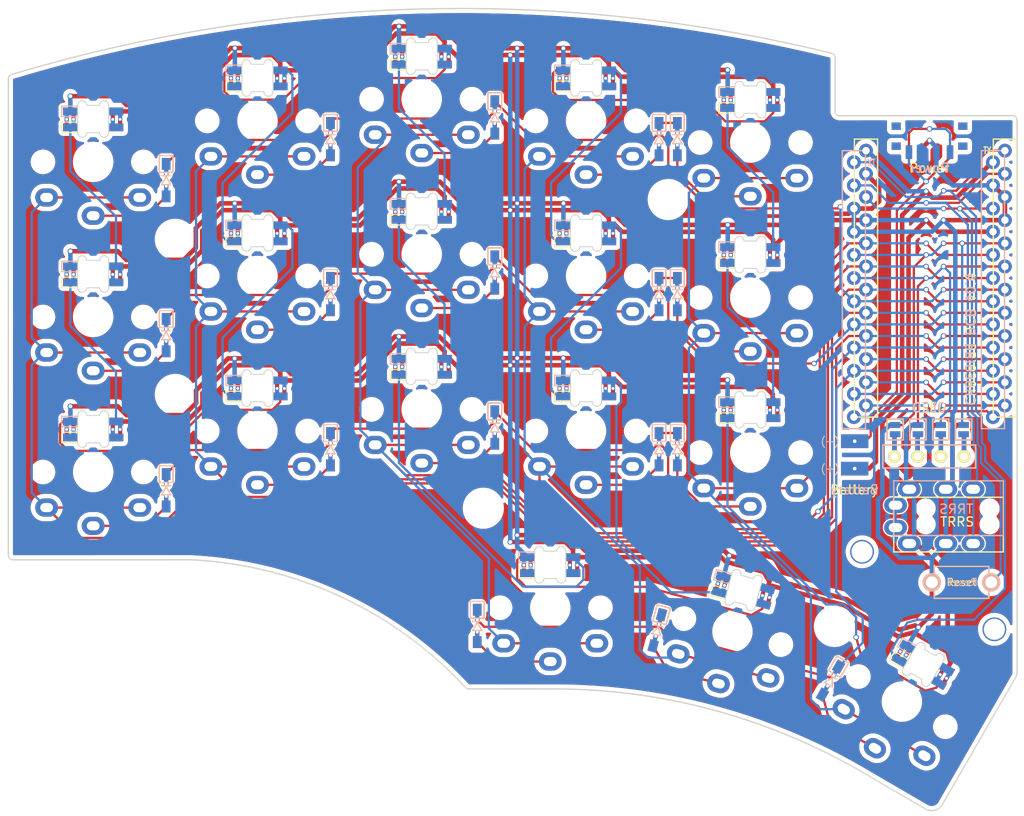
<source format=kicad_pcb>
(kicad_pcb (version 20211014) (generator pcbnew)
  (title_block (title "Chocolad") (date "2021-11-11") (rev "0.4") (company "jmnw"))
  (layers (0 "F.Cu" signal) (31 "B.Cu" signal) (34 "B.Paste" user) (35 "F.Paste" user) (36 "B.SilkS" user "B.Silkscreen") (37 "F.SilkS" user "F.Silkscreen") (38 "B.Mask" user) (39 "F.Mask" user) (44 "Edge.Cuts" user))
  (net 0 "")
  (net 1 "row0")
  (net 2 "Net-(D1-Pad2)")
  (net 3 "row1")
  (net 4 "Net-(D2-Pad2)")
  (net 5 "row2")
  (net 6 "Net-(D3-Pad2)")
  (net 7 "row3")
  (net 8 "Net-(D4-Pad2)")
  (net 9 "Net-(D5-Pad2)")
  (net 10 "Net-(D6-Pad2)")
  (net 11 "Net-(D7-Pad2)")
  (net 12 "Net-(D8-Pad2)")
  (net 13 "Net-(D9-Pad2)")
  (net 14 "Net-(D10-Pad2)")
  (net 15 "Net-(D11-Pad2)")
  (net 16 "Net-(D12-Pad2)")
  (net 17 "Net-(D13-Pad2)")
  (net 18 "Net-(D14-Pad2)")
  (net 19 "Net-(D15-Pad2)")
  (net 20 "Net-(D16-Pad2)")
  (net 21 "Net-(D17-Pad2)")
  (net 22 "Net-(D18-Pad2)")
  (net 23 "GND")
  (net 24 "VCC")
  (net 25 "col0")
  (net 26 "col1")
  (net 27 "col2")
  (net 28 "col3")
  (net 29 "col4")
  (net 30 "LED")
  (net 31 "data")
  (net 32 "unconnected-(J1-PadA)")
  (net 33 "Net-(BT1-Pad2)")
  (net 35 "Net-(L1-Pad4)")
  (net 36 "Net-(L2-Pad2)")
  (net 37 "Net-(L2-Pad4)")
  (net 38 "Net-(L3-Pad4)")
  (net 39 "Net-(L4-Pad2)")
  (net 40 "Net-(L4-Pad4)")
  (net 41 "Net-(L10-Pad2)")
  (net 42 "Net-(L11-Pad2)")
  (net 43 "reset")
  (net 44 "SCL")
  (net 45 "SDA")
  (net 46 "raw")
  (net 47 "Net-(L12-Pad4)")
  (net 48 "unconnected-(RSW2-Pad3)")
  (net 49 "unconnected-(U1-Pad11)")
  (net 50 "Net-(J2-Pad1)")
  (net 51 "Net-(J2-Pad2)")
  (net 52 "Net-(J2-Pad3)")
  (net 53 "Net-(J2-Pad4)")
  (net 54 "Net-(L13-Pad2)")
  (net 55 "Net-(L14-Pad4)")
  (net 56 "Net-(L10-Pad4)")
  (net 57 "Net-(L11-Pad4)")
  (net 58 "unconnected-(U1-Pad12)")
  (net 59 "Net-(L13-Pad4)")
  (net 60 "Net-(L14-Pad2)")
  (net 61 "Net-(L15-Pad4)")
  (net 62 "unconnected-(U1-Pad13)")
  (net 63 "unconnected-(U1-Pad14)")
  (net 64 "unconnected-(U1-Pad15)")
  (net 65 "Net-(L16-Pad4)")
  (footprint "chocolad:D3_SMD" (layer "F.Cu") (at 73.298064 79.977213 -90)
    (fp_text reference "D1" hide)
    (fp_text value "D" hide)
  )
  (footprint "chocolad:D3_SMD" (layer "F.Cu") (at 91.298062 75.477218 -90)
    (fp_text reference "D2" hide)
    (fp_text value "D" hide)
  )
  (footprint "chocolad:D3_SMD" (layer "F.Cu") (at 109.298061 73.102218 -90)
    (fp_text reference "D3" hide)
    (fp_text value "D" hide)
  )
  (footprint "chocolad:D3_SMD" (layer "F.Cu") (at 127.298063 75.477216 -90)
    (fp_text reference "D4" hide)
    (fp_text value "D" hide)
  )
  (footprint "chocolad:D3_SMD" (layer "F.Cu") (at 129.298064 75.477217 -90)
    (fp_text reference "D5" hide)
    (fp_text value "D" hide)
  )
  (footprint "chocolad:D3_SMD" (layer "F.Cu") (at 73.298065 96.977216 -90)
    (fp_text reference "D6" hide)
    (fp_text value "D" hide)
  )
  (footprint "chocolad:D3_SMD" (layer "F.Cu") (at 91.298062 92.477215 -90)
    (fp_text reference "D7" hide)
    (fp_text value "D" hide)
  )
  (footprint "chocolad:D3_SMD" (layer "F.Cu") (at 109.298064 90.102215 -90)
    (fp_text reference "D8" hide)
    (fp_text value "D" hide)
  )
  (footprint "chocolad:D3_SMD" (layer "F.Cu") (at 127.298062 92.477216 -90)
    (fp_text reference "D9" hide)
    (fp_text value "D" hide)
  )
  (footprint "chocolad:D3_SMD" (layer "F.Cu") (at 129.298062 92.477216 -90)
    (fp_text reference "D10" hide)
    (fp_text value "D" hide)
  )
  (footprint "chocolad:D3_SMD" (layer "F.Cu") (at 73.298061 113.977215 -90)
    (fp_text reference "D11" hide)
    (fp_text value "D" hide)
  )
  (footprint "chocolad:D3_SMD" (layer "F.Cu") (at 91.298063 109.477216 -90)
    (fp_text reference "D12" hide)
    (fp_text value "D" hide)
  )
  (footprint "chocolad:D3_SMD" (layer "F.Cu") (at 109.298064 107.102217 -90)
    (fp_text reference "D13" hide)
    (fp_text value "D" hide)
  )
  (footprint "chocolad:D3_SMD" (layer "F.Cu") (at 127.298061 109.47722 -90)
    (fp_text reference "D14" hide)
    (fp_text value "D" hide)
  )
  (footprint "chocolad:D3_SMD" (layer "F.Cu") (at 129.298065 109.477218 -90)
    (fp_text reference "D15" hide)
    (fp_text value "D" hide)
  )
  (footprint "chocolad:D3_SMD" (layer "F.Cu") (at 107.378063 128.852214 -90)
    (fp_text reference "D16" hide)
    (fp_text value "D" hide)
  )
  (footprint "chocolad:D3_SMD" (layer "F.Cu") (at 127.11264 129.33287 -105)
    (fp_text reference "D17" hide)
    (fp_text value "D" hide)
  )
  (footprint "chocolad:D3_SMD" (layer "F.Cu") (at 146.085717 134.86135 -120)
    (fp_text reference "D18" hide)
    (fp_text value "D" hide)
  )
  (footprint "chocolad:SK6812_Mini_E" (layer "F.Cu") (at 65.298062 73.417218 180)
    (fp_text reference "L1" hide)
    (fp_text value "SK6812Mini-e" hide)
    (fp_line (start 1.7 1.64) (end 1.7 -1.36) (layer "Edge.Cuts") (width 0.1))
    (fp_line (start -0.7 -1.36) (end 0.7 -1.36) (layer "Edge.Cuts") (width 0.1))
    (fp_line (start -1.7 -1.36) (end -1.7 1.64) (layer "Edge.Cuts") (width 0.1))
    (fp_line (start -0.7 1.64) (end 0.7 1.64) (layer "Edge.Cuts") (width 0.1))
    (fp_arc (start 0.7 -1.36) (mid 1.2 -1.86) (end 1.7 -1.36) (layer "Edge.Cuts") (width 0.1))
    (fp_arc (start 1.7 1.64) (mid 1.2 2.14) (end 0.7 1.64) (layer "Edge.Cuts") (width 0.1))
    (fp_arc (start -1.7 -1.36) (mid -1.2 -1.86) (end -0.7 -1.36) (layer "Edge.Cuts") (width 0.1))
    (fp_arc (start -0.7 1.64) (mid -1.2 2.14) (end -1.7 1.64) (layer "Edge.Cuts") (width 0.1))
  )
  (footprint "chocolad:SK6812_Mini_E" (layer "F.Cu") (at 83.298061 68.917217 180)
    (fp_text reference "L2" hide)
    (fp_text value "SK6812Mini-e" hide)
    (fp_line (start -0.7 -1.36) (end 0.7 -1.36) (layer "Edge.Cuts") (width 0.1))
    (fp_line (start -0.7 1.64) (end 0.7 1.64) (layer "Edge.Cuts") (width 0.1))
    (fp_line (start -1.7 -1.36) (end -1.7 1.64) (layer "Edge.Cuts") (width 0.1))
    (fp_line (start 1.7 1.64) (end 1.7 -1.36) (layer "Edge.Cuts") (width 0.1))
    (fp_arc (start -0.7 1.64) (mid -1.2 2.14) (end -1.7 1.64) (layer "Edge.Cuts") (width 0.1))
    (fp_arc (start 0.7 -1.36) (mid 1.2 -1.86) (end 1.7 -1.36) (layer "Edge.Cuts") (width 0.1))
    (fp_arc (start 1.7 1.64) (mid 1.2 2.14) (end 0.7 1.64) (layer "Edge.Cuts") (width 0.1))
    (fp_arc (start -1.7 -1.36) (mid -1.2 -1.86) (end -0.7 -1.36) (layer "Edge.Cuts") (width 0.1))
  )
  (footprint "chocolad:SK6812_Mini_E" (layer "F.Cu") (at 101.298064 66.542214 180)
    (fp_text reference "L3" hide)
    (fp_text value "SK6812Mini-e" hide)
    (fp_line (start 1.7 1.64) (end 1.7 -1.36) (layer "Edge.Cuts") (width 0.1))
    (fp_line (start -0.7 1.64) (end 0.7 1.64) (layer "Edge.Cuts") (width 0.1))
    (fp_line (start -1.7 -1.36) (end -1.7 1.64) (layer "Edge.Cuts") (width 0.1))
    (fp_line (start -0.7 -1.36) (end 0.7 -1.36) (layer "Edge.Cuts") (width 0.1))
    (fp_arc (start -0.7 1.64) (mid -1.2 2.14) (end -1.7 1.64) (layer "Edge.Cuts") (width 0.1))
    (fp_arc (start 0.7 -1.36) (mid 1.2 -1.86) (end 1.7 -1.36) (layer "Edge.Cuts") (width 0.1))
    (fp_arc (start -1.7 -1.36) (mid -1.2 -1.86) (end -0.7 -1.36) (layer "Edge.Cuts") (width 0.1))
    (fp_arc (start 1.7 1.64) (mid 1.2 2.14) (end 0.7 1.64) (layer "Edge.Cuts") (width 0.1))
  )
  (footprint "chocolad:SK6812_Mini_E" (layer "F.Cu") (at 119.298061 68.917216 180)
    (fp_text reference "L4" hide)
    (fp_text value "SK6812Mini-e" hide)
    (fp_line (start -1.7 -1.36) (end -1.7 1.64) (layer "Edge.Cuts") (width 0.1))
    (fp_line (start -0.7 -1.36) (end 0.7 -1.36) (layer "Edge.Cuts") (width 0.1))
    (fp_line (start -0.7 1.64) (end 0.7 1.64) (layer "Edge.Cuts") (width 0.1))
    (fp_line (start 1.7 1.64) (end 1.7 -1.36) (layer "Edge.Cuts") (width 0.1))
    (fp_arc (start 0.7 -1.36) (mid 1.2 -1.86) (end 1.7 -1.36) (layer "Edge.Cuts") (width 0.1))
    (fp_arc (start -1.7 -1.36) (mid -1.2 -1.86) (end -0.7 -1.36) (layer "Edge.Cuts") (width 0.1))
    (fp_arc (start 1.7 1.64) (mid 1.2 2.14) (end 0.7 1.64) (layer "Edge.Cuts") (width 0.1))
    (fp_arc (start -0.7 1.64) (mid -1.2 2.14) (end -1.7 1.64) (layer "Edge.Cuts") (width 0.1))
  )
  (footprint "chocolad:SK6812_Mini_E" (layer "F.Cu") (at 137.298059 71.292216 180)
    (fp_text reference "L5" hide)
    (fp_text value "SK6812Mini-e" hide)
    (fp_line (start -0.7 1.64) (end 0.7 1.64) (layer "Edge.Cuts") (width 0.1))
    (fp_line (start -1.7 -1.36) (end -1.7 1.64) (layer "Edge.Cuts") (width 0.1))
    (fp_line (start -0.7 -1.36) (end 0.7 -1.36) (layer "Edge.Cuts") (width 0.1))
    (fp_line (start 1.7 1.64) (end 1.7 -1.36) (layer "Edge.Cuts") (width 0.1))
    (fp_arc (start -0.7 1.64) (mid -1.2 2.14) (end -1.7 1.64) (layer "Edge.Cuts") (width 0.1))
    (fp_arc (start 0.7 -1.36) (mid 1.2 -1.86) (end 1.7 -1.36) (layer "Edge.Cuts") (width 0.1))
    (fp_arc (start 1.7 1.64) (mid 1.2 2.14) (end 0.7 1.64) (layer "Edge.Cuts") (width 0.1))
    (fp_arc (start -1.7 -1.36) (mid -1.2 -1.86) (end -0.7 -1.36) (layer "Edge.Cuts") (width 0.1))
  )
  (footprint "chocolad:SK6812_Mini_E" (layer "F.Cu") (at 65.298061 90.417216 180)
    (fp_text reference "L6" hide)
    (fp_text value "SK6812Mini-e" hide)
    (fp_line (start -0.7 -1.36) (end 0.7 -1.36) (layer "Edge.Cuts") (width 0.1))
    (fp_line (start -0.7 1.64) (end 0.7 1.64) (layer "Edge.Cuts") (width 0.1))
    (fp_line (start 1.7 1.64) (end 1.7 -1.36) (layer "Edge.Cuts") (width 0.1))
    (fp_line (start -1.7 -1.36) (end -1.7 1.64) (layer "Edge.Cuts") (width 0.1))
    (fp_arc (start 1.7 1.64) (mid 1.2 2.14) (end 0.7 1.64) (layer "Edge.Cuts") (width 0.1))
    (fp_arc (start 0.7 -1.36) (mid 1.2 -1.86) (end 1.7 -1.36) (layer "Edge.Cuts") (width 0.1))
    (fp_arc (start -1.7 -1.36) (mid -1.2 -1.86) (end -0.7 -1.36) (layer "Edge.Cuts") (width 0.1))
    (fp_arc (start -0.7 1.64) (mid -1.2 2.14) (end -1.7 1.64) (layer "Edge.Cuts") (width 0.1))
  )
  (footprint "chocolad:SK6812_Mini_E" (layer "F.Cu") (at 83.298061 85.917215 180)
    (fp_text reference "L7" hide)
    (fp_text value "SK6812Mini-e" hide)
    (fp_line (start -0.7 1.64) (end 0.7 1.64) (layer "Edge.Cuts") (width 0.1))
    (fp_line (start -0.7 -1.36) (end 0.7 -1.36) (layer "Edge.Cuts") (width 0.1))
    (fp_line (start -1.7 -1.36) (end -1.7 1.64) (layer "Edge.Cuts") (width 0.1))
    (fp_line (start 1.7 1.64) (end 1.7 -1.36) (layer "Edge.Cuts") (width 0.1))
    (fp_arc (start -0.7 1.64) (mid -1.2 2.14) (end -1.7 1.64) (layer "Edge.Cuts") (width 0.1))
    (fp_arc (start 0.7 -1.36) (mid 1.2 -1.86) (end 1.7 -1.36) (layer "Edge.Cuts") (width 0.1))
    (fp_arc (start 1.7 1.64) (mid 1.2 2.14) (end 0.7 1.64) (layer "Edge.Cuts") (width 0.1))
    (fp_arc (start -1.7 -1.36) (mid -1.2 -1.86) (end -0.7 -1.36) (layer "Edge.Cuts") (width 0.1))
  )
  (footprint "chocolad:SK6812_Mini_E" (layer "F.Cu") (at 101.298064 83.542217 180)
    (fp_text reference "L8" hide)
    (fp_text value "SK6812Mini-e" hide)
    (fp_line (start -0.7 -1.36) (end 0.7 -1.36) (layer "Edge.Cuts") (width 0.1))
    (fp_line (start 1.7 1.64) (end 1.7 -1.36) (layer "Edge.Cuts") (width 0.1))
    (fp_line (start -0.7 1.64) (end 0.7 1.64) (layer "Edge.Cuts") (width 0.1))
    (fp_line (start -1.7 -1.36) (end -1.7 1.64) (layer "Edge.Cuts") (width 0.1))
    (fp_arc (start -0.7 1.64) (mid -1.2 2.14) (end -1.7 1.64) (layer "Edge.Cuts") (width 0.1))
    (fp_arc (start 0.7 -1.36) (mid 1.2 -1.86) (end 1.7 -1.36) (layer "Edge.Cuts") (width 0.1))
    (fp_arc (start -1.7 -1.36) (mid -1.2 -1.86) (end -0.7 -1.36) (layer "Edge.Cuts") (width 0.1))
    (fp_arc (start 1.7 1.64) (mid 1.2 2.14) (end 0.7 1.64) (layer "Edge.Cuts") (width 0.1))
  )
  (footprint "chocolad:SK6812_Mini_E" (layer "F.Cu") (at 119.298063 85.917216 180)
    (fp_text reference "L9" hide)
    (fp_text value "SK6812Mini-e" hide)
    (fp_line (start 1.7 1.64) (end 1.7 -1.36) (layer "Edge.Cuts") (width 0.1))
    (fp_line (start -0.7 -1.36) (end 0.7 -1.36) (layer "Edge.Cuts") (width 0.1))
    (fp_line (start -0.7 1.64) (end 0.7 1.64) (layer "Edge.Cuts") (width 0.1))
    (fp_line (start -1.7 -1.36) (end -1.7 1.64) (layer "Edge.Cuts") (width 0.1))
    (fp_arc (start -0.7 1.64) (mid -1.2 2.14) (end -1.7 1.64) (layer "Edge.Cuts") (width 0.1))
    (fp_arc (start 1.7 1.64) (mid 1.2 2.14) (end 0.7 1.64) (layer "Edge.Cuts") (width 0.1))
    (fp_arc (start -1.7 -1.36) (mid -1.2 -1.86) (end -0.7 -1.36) (layer "Edge.Cuts") (width 0.1))
    (fp_arc (start 0.7 -1.36) (mid 1.2 -1.86) (end 1.7 -1.36) (layer "Edge.Cuts") (width 0.1))
  )
  (footprint "chocolad:SK6812_Mini_E" (layer "F.Cu") (at 137.298061 88.292215 180)
    (fp_text reference "L10" hide)
    (fp_text value "SK6812Mini-e" hide)
    (fp_line (start -0.7 -1.36) (end 0.7 -1.36) (layer "Edge.Cuts") (width 0.1))
    (fp_line (start -0.7 1.64) (end 0.7 1.64) (layer "Edge.Cuts") (width 0.1))
    (fp_line (start 1.7 1.64) (end 1.7 -1.36) (layer "Edge.Cuts") (width 0.1))
    (fp_line (start -1.7 -1.36) (end -1.7 1.64) (layer "Edge.Cuts") (width 0.1))
    (fp_arc (start -1.7 -1.36) (mid -1.2 -1.86) (end -0.7 -1.36) (layer "Edge.Cuts") (width 0.1))
    (fp_arc (start -0.7 1.64) (mid -1.2 2.14) (end -1.7 1.64) (layer "Edge.Cuts") (width 0.1))
    (fp_arc (start 1.7 1.64) (mid 1.2 2.14) (end 0.7 1.64) (layer "Edge.Cuts") (width 0.1))
    (fp_arc (start 0.7 -1.36) (mid 1.2 -1.86) (end 1.7 -1.36) (layer "Edge.Cuts") (width 0.1))
  )
  (footprint "chocolad:SK6812_Mini_E" (layer "F.Cu") (at 65.298061 107.417214 180)
    (fp_text reference "L11" hide)
    (fp_text value "SK6812Mini-e" hide)
    (fp_line (start 1.7 1.64) (end 1.7 -1.36) (layer "Edge.Cuts") (width 0.1))
    (fp_line (start -1.7 -1.36) (end -1.7 1.64) (layer "Edge.Cuts") (width 0.1))
    (fp_line (start -0.7 -1.36) (end 0.7 -1.36) (layer "Edge.Cuts") (width 0.1))
    (fp_line (start -0.7 1.64) (end 0.7 1.64) (layer "Edge.Cuts") (width 0.1))
    (fp_arc (start 0.7 -1.36) (mid 1.2 -1.86) (end 1.7 -1.36) (layer "Edge.Cuts") (width 0.1))
    (fp_arc (start -1.7 -1.36) (mid -1.2 -1.86) (end -0.7 -1.36) (layer "Edge.Cuts") (width 0.1))
    (fp_arc (start -0.7 1.64) (mid -1.2 2.14) (end -1.7 1.64) (layer "Edge.Cuts") (width 0.1))
    (fp_arc (start 1.7 1.64) (mid 1.2 2.14) (end 0.7 1.64) (layer "Edge.Cuts") (width 0.1))
  )
  (footprint "chocolad:SK6812_Mini_E" (layer "F.Cu") (at 83.298061 102.917215 180)
    (fp_text reference "L12" hide)
    (fp_text value "SK6812Mini-e" hide)
    (fp_line (start -0.7 -1.36) (end 0.7 -1.36) (layer "Edge.Cuts") (width 0.1))
    (fp_line (start -1.7 -1.36) (end -1.7 1.64) (layer "Edge.Cuts") (width 0.1))
    (fp_line (start 1.7 1.64) (end 1.7 -1.36) (layer "Edge.Cuts") (width 0.1))
    (fp_line (start -0.7 1.64) (end 0.7 1.64) (layer "Edge.Cuts") (width 0.1))
    (fp_arc (start 0.7 -1.36) (mid 1.2 -1.86) (end 1.7 -1.36) (layer "Edge.Cuts") (width 0.1))
    (fp_arc (start -0.7 1.64) (mid -1.2 2.14) (end -1.7 1.64) (layer "Edge.Cuts") (width 0.1))
    (fp_arc (start 1.7 1.64) (mid 1.2 2.14) (end 0.7 1.64) (layer "Edge.Cuts") (width 0.1))
    (fp_arc (start -1.7 -1.36) (mid -1.2 -1.86) (end -0.7 -1.36) (layer "Edge.Cuts") (width 0.1))
  )
  (footprint "chocolad:SK6812_Mini_E" (layer "F.Cu") (at 101.298063 100.542217 180)
    (fp_text reference "L13" hide)
    (fp_text value "SK6812Mini-e" hide)
    (fp_line (start 1.7 1.64) (end 1.7 -1.36) (layer "Edge.Cuts") (width 0.1))
    (fp_line (start -0.7 1.64) (end 0.7 1.64) (layer "Edge.Cuts") (width 0.1))
    (fp_line (start -0.7 -1.36) (end 0.7 -1.36) (layer "Edge.Cuts") (width 0.1))
    (fp_line (start -1.7 -1.36) (end -1.7 1.64) (layer "Edge.Cuts") (width 0.1))
    (fp_arc (start 0.7 -1.36) (mid 1.2 -1.86) (end 1.7 -1.36) (layer "Edge.Cuts") (width 0.1))
    (fp_arc (start 1.7 1.64) (mid 1.2 2.14) (end 0.7 1.64) (layer "Edge.Cuts") (width 0.1))
    (fp_arc (start -0.7 1.64) (mid -1.2 2.14) (end -1.7 1.64) (layer "Edge.Cuts") (width 0.1))
    (fp_arc (start -1.7 -1.36) (mid -1.2 -1.86) (end -0.7 -1.36) (layer "Edge.Cuts") (width 0.1))
  )
  (footprint "chocolad:SK6812_Mini_E" (layer "F.Cu") (at 119.298061 102.917215 180)
    (fp_text reference "L14" hide)
    (fp_text value "SK6812Mini-e" hide)
    (fp_line (start 1.7 1.64) (end 1.7 -1.36) (layer "Edge.Cuts") (width 0.1))
    (fp_line (start -0.7 1.64) (end 0.7 1.64) (layer "Edge.Cuts") (width 0.1))
    (fp_line (start -0.7 -1.36) (end 0.7 -1.36) (layer "Edge.Cuts") (width 0.1))
    (fp_line (start -1.7 -1.36) (end -1.7 1.64) (layer "Edge.Cuts") (width 0.1))
    (fp_arc (start -0.7 1.64) (mid -1.2 2.14) (end -1.7 1.64) (layer "Edge.Cuts") (width 0.1))
    (fp_arc (start -1.7 -1.36) (mid -1.2 -1.86) (end -0.7 -1.36) (layer "Edge.Cuts") (width 0.1))
    (fp_arc (start 1.7 1.64) (mid 1.2 2.14) (end 0.7 1.64) (layer "Edge.Cuts") (width 0.1))
    (fp_arc (start 0.7 -1.36) (mid 1.2 -1.86) (end 1.7 -1.36) (layer "Edge.Cuts") (width 0.1))
  )
  (footprint "chocolad:SK6812_Mini_E" (layer "F.Cu") (at 137.298061 105.292217 180)
    (fp_text reference "L15" hide)
    (fp_text value "SK6812Mini-e" hide)
    (fp_line (start -0.7 1.64) (end 0.7 1.64) (layer "Edge.Cuts") (width 0.1))
    (fp_line (start -1.7 -1.36) (end -1.7 1.64) (layer "Edge.Cuts") (width 0.1))
    (fp_line (start -0.7 -1.36) (end 0.7 -1.36) (layer "Edge.Cuts") (width 0.1))
    (fp_line (start 1.7 1.64) (end 1.7 -1.36) (layer "Edge.Cuts") (width 0.1))
    (fp_arc (start 1.7 1.64) (mid 1.2 2.14) (end 0.7 1.64) (layer "Edge.Cuts") (width 0.1))
    (fp_arc (start 0.7 -1.36) (mid 1.2 -1.86) (end 1.7 -1.36) (layer "Edge.Cuts") (width 0.1))
    (fp_arc (start -0.7 1.64) (mid -1.2 2.14) (end -1.7 1.64) (layer "Edge.Cuts") (width 0.1))
    (fp_arc (start -1.7 -1.36) (mid -1.2 -1.86) (end -0.7 -1.36) (layer "Edge.Cuts") (width 0.1))
  )
  (footprint "chocolad:SK6812_Mini_E" (layer "F.Cu") (at 115.378062 122.292216 180)
    (fp_text reference "L16" hide)
    (fp_text value "SK6812Mini-e" hide)
    (fp_line (start -1.7 -1.36) (end -1.7 1.64) (layer "Edge.Cuts") (width 0.1))
    (fp_line (start -0.7 1.64) (end 0.7 1.64) (layer "Edge.Cuts") (width 0.1))
    (fp_line (start -0.7 -1.36) (end 0.7 -1.36) (layer "Edge.Cuts") (width 0.1))
    (fp_line (start 1.7 1.64) (end 1.7 -1.36) (layer "Edge.Cuts") (width 0.1))
    (fp_arc (start -1.7 -1.36) (mid -1.2 -1.86) (end -0.7 -1.36) (layer "Edge.Cuts") (width 0.1))
    (fp_arc (start 0.7 -1.36) (mid 1.2 -1.86) (end 1.7 -1.36) (layer "Edge.Cuts") (width 0.1))
    (fp_arc (start 1.7 1.64) (mid 1.2 2.14) (end 0.7 1.64) (layer "Edge.Cuts") (width 0.1))
    (fp_arc (start -0.7 1.64) (mid -1.2 2.14) (end -1.7 1.64) (layer "Edge.Cuts") (width 0.1))
  )
  (footprint "chocolad:SK6812_Mini_E" (layer "F.Cu") (at 136.517599 125.064279 165)
    (fp_text reference "L17" hide)
    (fp_text value "SK6812Mini-e" hide)
    (fp_line (start 1.7 1.64) (end 1.7 -1.36) (layer "Edge.Cuts") (width 0.1))
    (fp_line (start -0.7 1.64) (end 0.7 1.64) (layer "Edge.Cuts") (width 0.1))
    (fp_line (start -0.7 -1.36) (end 0.7 -1.36) (layer "Edge.Cuts") (width 0.1))
    (fp_line (start -1.7 -1.36) (end -1.7 1.64) (layer "Edge.Cuts") (width 0.1))
    (fp_arc (start 1.7 1.64) (mid 1.2 2.14) (end 0.7 1.64) (layer "Edge.Cuts") (width 0.1))
    (fp_arc (start -0.7 1.64) (mid -1.2 2.14) (end -1.7 1.64) (layer "Edge.Cuts") (width 0.1))
    (fp_arc (start 0.7 -1.36) (mid 1.2 -1.86) (end 1.7 -1.36) (layer "Edge.Cuts") (width 0.1))
    (fp_arc (start -1.7 -1.36) (mid -1.2 -1.86) (end -0.7 -1.36) (layer "Edge.Cuts") (width 0.1))
  )
  (footprint "chocolad:SK6812_Mini_E" (layer "F.Cu") (at 156.181516 133.201898 150)
    (fp_text reference "L18" hide)
    (fp_text value "SK6812Mini-e" hide)
    (fp_line (start -0.7 -1.36) (end 0.7 -1.36) (layer "Edge.Cuts") (width 0.1))
    (fp_line (start -0.7 1.64) (end 0.7 1.64) (layer "Edge.Cuts") (width 0.1))
    (fp_line (start -1.7 -1.36) (end -1.7 1.64) (layer "Edge.Cuts") (width 0.1))
    (fp_line (start 1.7 1.64) (end 1.7 -1.36) (layer "Edge.Cuts") (width 0.1))
    (fp_arc (start 1.7 1.64) (mid 1.2 2.14) (end 0.7 1.64) (layer "Edge.Cuts") (width 0.1))
    (fp_arc (start -1.7 -1.36) (mid -1.2 -1.86) (end -0.7 -1.36) (layer "Edge.Cuts") (width 0.1))
    (fp_arc (start 0.7 -1.36) (mid 1.2 -1.86) (end 1.7 -1.36) (layer "Edge.Cuts") (width 0.1))
    (fp_arc (start -0.7 1.64) (mid -1.2 2.14) (end -1.7 1.64) (layer "Edge.Cuts") (width 0.1))
  )
  (footprint "chocolad:Choc" (layer "F.Cu") (at 65.29806 77.977217)
    (fp_text reference "SW1" hide)
    (fp_text value "SW_PUSH" hide)
  )
  (footprint "chocolad:Choc" (layer "F.Cu") (at 83.298059 73.477216)
    (fp_text reference "SW2" hide)
    (fp_text value "SW_PUSH" hide)
  )
  (footprint "chocolad:Choc" (layer "F.Cu") (at 101.298063 71.102218)
    (fp_text reference "SW3" hide)
    (fp_text value "SW_PUSH" hide)
  )
  (footprint "chocolad:Choc" (layer "F.Cu") (at 119.298063 73.477216)
    (fp_text reference "SW4" hide)
    (fp_text value "SW_PUSH" hide)
  )
  (footprint "chocolad:Choc" (layer "F.Cu") (at 137.298061 75.852215)
    (fp_text reference "SW5" hide)
    (fp_text value "SW_PUSH" hide)
  )
  (footprint "chocolad:Choc" (layer "F.Cu") (at 65.298062 94.977213)
    (fp_text reference "SW6" hide)
    (fp_text value "SW_PUSH" hide)
  )
  (footprint "chocolad:Choc" (layer "F.Cu") (at 83.298063 90.477214)
    (fp_text reference "SW7" hide)
    (fp_text value "SW_PUSH" hide)
  )
  (footprint "chocolad:Choc" (layer "F.Cu") (at 119.298061 90.477215)
    (fp_text reference "SW9" hide)
    (fp_text value "SW_PUSH" hide)
  )
  (footprint "chocolad:Choc" (layer "F.Cu") (at 137.298063 92.852217)
    (fp_text reference "SW10" hide)
    (fp_text value "SW_PUSH" hide)
  )
  (footprint "chocolad:Choc" (layer "F.Cu") (at 65.298061 111.977215)
    (fp_text reference "SW11" hide)
    (fp_text value "SW_PUSH" hide)
  )
  (footprint "chocolad:Choc" (layer "F.Cu") (at 83.298063 107.477216)
    (fp_text reference "SW12" hide)
    (fp_text value "SW_PUSH" hide)
  )
  (footprint "chocolad:Choc" (layer "F.Cu") (at 101.298064 105.102215)
    (fp_text reference "SW13" hide)
    (fp_text value "SW_PUSH" hide)
  )
  (footprint "chocolad:Choc" (layer "F.Cu") (at 119.29806 107.477217)
    (fp_text reference "SW14" hide)
    (fp_text value "SW_PUSH" hide)
  )
  (footprint "chocolad:Choc" (layer "F.Cu") (at 137.298062 109.852217)
    (fp_text reference "SW15" hide)
    (fp_text value "SW_PUSH" hide)
  )
  (footprint "chocolad:Choc" (layer "F.Cu") (at 115.378061 126.852217)
    (fp_text reference "SW16" hide)
    (fp_text value "SW_PUSH" hide)
  )
  (footprint "chocolad:Choc" (layer "F.Cu") (at 135.337388 129.468901 -15)
    (fp_text reference "SW17" hide)
    (fp_text value "SW_PUSH" hide)
  )
  (footprint "chocolad:Jumper" (layer "F.Cu") (at 160.663063 107.322214 -90)
    (fp_text reference "JP1" hide)
    (fp_text value " ")
  )
  (footprint "chocolad:Jumper" (layer "F.Cu") (at 158.163062 107.322218 -90)
    (fp_text reference "JP2" hide)
    (fp_text value " ")
  )
  (footprint "chocolad:Jumper" (layer "F.Cu") (at 155.663064 107.322214 -90)
    (fp_text reference "JP3" hide)
    (fp_text value " ")
  )
  (footprint "chocolad:Jumper" (layer "F.Cu") (at 153.163063 107.322216 -90)
    (fp_text reference "JP4" hide)
    (fp_text value " ")
  )
  (footprint "chocolad:M2_hole_2.6mm" (layer "F.Cu") (at 149.538065 120.722213)
    (fp_text reference "" hide)
    (fp_text value "")
  )
  (footprint "chocolad:M2_hole_2.6mm" (layer "F.Cu") (at 164.038065 129.222217)
    (fp_text reference "" hide)
    (fp_text value "")
  )
  (footprint "chocolad:M2_hole_3.5mm" (layer "F.Cu") (at 74.293063 86.460221)
    (fp_text reference "" hide)
    (fp_text value "")
  )
  (footprint "chocolad:M2_hole_3.5mm" (layer "F.Cu") (at 74.293059 103.470218)
    (fp_text reference "" hide)
    (fp_text value "")
  )
  (footprint "chocolad:M2_hole_3.5mm" (layer "F.Cu") (at 128.298065 82.102217)
    (fp_text reference "" hide)
    (fp_text value "")
  )
  (footprint "chocolad:M2_hole_3.5mm" (layer "F.Cu") (at 108.038061 115.952216)
    (fp_text reference "" hide)
    (fp_text value "")
  )
  (footprint "chocolad:M2_hole_3.5mm" (layer "F.Cu") (at 146.513065 128.910217)
    (fp_text reference "" hide)
    (fp_text value "")
  )
  (footprint "chocolad:OLED" (layer "F.Cu") (at 153.088062 110.272216)
    (fp_text reference "J2" hide)
    (fp_text value "OLED" hide)
  )
  (footprint "chocolad:TRRS_reversible" (layer "F.Cu") (at 158.661545 116.841038 90)
    (fp_text reference "J1")
    (fp_text value "TRRS" hide)
  )
  (footprint "chocolad:Reset" (layer "F.Cu") (at 160.436543 124.071038)
    (fp_text reference "RSW1" hide)
    (fp_text value "Reset")
  )
  (footprint "chocolad:Choc" (layer "F.Cu") (at 153.901517 137.150977 -30)
    (fp_text reference "SW18" hide)
    (fp_text value "SW_PUSH" hide)
  )
  (footprint "chocolad:ProMicro" (layer "F.Cu") (at 156.91806 91.222218)
    (fp_text reference "U1" hide)
    (fp_text value "ProMicro" hide)
  )
  (footprint "chocolad:Choc" (layer "F.Cu") (at 101.298063 88.102217)
    (fp_text reference "SW8" hide)
    (fp_text value "SW_PUSH" hide)
  )
  (footprint "chocolad:Battery_pads" (layer "F.Cu") (at 148.729042 110.101038 90)
    (fp_text reference "BT1" hide)
    (fp_text value "Battery_Cell")
  )
  (footprint "chocolad:Power" (layer "F.Cu") (at 156.926545 75.160035 180)
    (fp_text reference "RSW2" hide)
    (fp_text value "SW_SPDT")
  )
  (footprint "chocolad:Jumper" (layer "B.Cu") (at 160.663063 107.322214 -90)
    (fp_text reference "JP5" hide)
    (fp_text value " ")
  )
  (footprint "chocolad:Jumper" (layer "B.Cu") (at 158.163062 107.322218 -90)
    (fp_text reference "JP6" hide)
    (fp_text value " ")
  )
  (footprint "chocolad:Jumper" (layer "B.Cu") (at 155.663064 107.322214 -90)
    (fp_text reference "JP7" hide)
    (fp_text value " ")
  )
  (footprint "chocolad:Jumper" (layer "B.Cu") (at 153.163063 107.322216 -90)
    (fp_text reference "JP8" hide)
    (fp_text value " ")
  )
  (gr_line (start 146.582894 66.44999) (end 146.582893 72.55999) (layer "Edge.Cuts") (width 0.15))
  (gr_line (start 56.002508 121.104012) (end 56.008372 68.884015) (layer "Edge.Cuts") (width 0.15))
  (gr_arc (start 56.381515 68.395083) (mid 101.14154 61.218628) (end 146.212993 66.068927) (layer "Edge.Cuts") (width 0.15))
  (gr_line (start 106.43299 135.749991) (end 115.382991 135.75999) (layer "Edge.Cuts") (width 0.15))
  (gr_line (start 166.522989 73.409991) (end 166.522991 134.059989) (layer "Edge.Cuts") (width 0.15))
  (gr_arc (start 115.382989 135.759988) (mid 133.067409 138.022929) (end 149.532698 144.860608) (layer "Edge.Cuts") (width 0.15))
  (gr_arc (start 147.062892 72.91999) (mid 146.762891 72.81999) (end 146.582891 72.559989) (layer "Edge.Cuts") (width 0.15))
  (gr_arc (start 146.212993 66.068927) (mid 146.450402 66.206791) (end 146.577769 66.449993) (layer "Edge.Cuts") (width 0.15))
  (gr_arc (start 56.008372 68.884015) (mid 56.112966 68.577984) (end 56.38299 68.399989) (layer "Edge.Cuts") (width 0.15))
  (gr_line (start 149.532698 144.860608) (end 156.382992 148.859992) (layer "Edge.Cuts") (width 0.15))
  (gr_arc (start 166.522991 134.059989) (mid 166.502219 134.217769) (end 166.441318 134.364797) (layer "Edge.Cuts") (width 0.15))
  (gr_arc (start 166.02299 72.909991) (mid 166.376543 73.056437) (end 166.522989 73.40999) (layer "Edge.Cuts") (width 0.15))
  (gr_line (start 76.033038 121.59901) (end 56.502513 121.604009) (layer "Edge.Cuts") (width 0.15))
  (gr_arc (start 56.502513 121.604009) (mid 56.14896 121.457564) (end 56.002512 121.104012) (layer "Edge.Cuts") (width 0.15))
  (gr_line (start 158.297362 148.500529) (end 166.441318 134.364797) (layer "Edge.Cuts") (width 0.15))
  (gr_arc (start 76.03304 121.59901) (mid 92.483245 125.676037) (end 106.167993 135.67399) (layer "Edge.Cuts") (width 0.15))
  (gr_arc (start 158.297363 148.500529) (mid 157.413911 149.07294) (end 156.382992 148.859992) (layer "Edge.Cuts") (width 0.15))
  (gr_arc (start 106.43299 135.749991) (mid 106.295148 135.730615) (end 106.16799 135.67399) (layer "Edge.Cuts") (width 0.15))
  (gr_line (start 166.02299 72.909991) (end 147.062892 72.91999) (layer "Edge.Cuts") (width 0.15))
  (gr_text "Power" (at 156.912859 78.642381) (layer "B.SilkS") (effects (font (size 1 1)) (justify mirror)))
  (gr_text "Chocolad PCB v0.4" (at 161.34 90.04 -90) (layer "B.SilkS") (effects (font (size 1 1)) (justify right mirror)))
  (gr_text "OLED" (at 156.911546 104.921038) (layer "B.SilkS") (effects (font (size 1 1)) (justify mirror)))
  (gr_text "Battery" (at 148.711542 113.921036) (layer "B.SilkS") (effects (font (size 1 1)) (justify mirror)))
  (gr_text "Chocolad PCB v0.4" (at 161.49 90.04 90) (layer "F.SilkS") (effects (font (size 1 1)) (justify right)))
  (gr_text "Battery" (at 148.698062 113.921036) (layer "F.SilkS") (effects (font (size 1 1))))
  (gr_text "Power" (at 156.899376 78.642383) (layer "F.SilkS") (effects (font (size 1 1))))
  (gr_text "OLED" (at 156.898062 104.921034) (layer "F.SilkS") (effects (font (size 1 1))))
  (segment (start 91.298065 73.702218) (end 91.773063 73.227218) (width 0.25) (layer "F.Cu") (net 1))
  (segment (start 113.54108 75.570238) (end 126.530441 75.570236) (width 0.25) (layer "F.Cu") (net 1))
  (segment (start 108.498464 73.227216) (end 109.298063 72.427617) (width 0.25) (layer "F.Cu") (net 1))
  (segment (start 109.298061 71.327217) (end 113.54108 75.570238) (width 0.25) (layer "F.Cu") (net 1))
  (segment (start 165.189463 91.984214) (end 158.466061 91.984215) (width 0.25) (layer "F.Cu") (net 1))
  (segment (start 132.586974 82.9) (end 132.763709 83.076735) (width 0.25) (layer "F.Cu") (net 1))
  (segment (start 127.298061 73.702218) (end 129.298064 73.702217) (width 0.25) (layer "F.Cu") (net 1))
  (segment (start 73.298064 78.202216) (end 75.93004 75.570236) (width 0.25) (layer "F.Cu") (net 1))
  (segment (start 128.31 75.814553) (end 128.31 78.623027) (width 0.25) (layer "F.Cu") (net 1))
  (segment (start 127.298063 74.802616) (end 128.31 75.814553) (width 0.25) (layer "F.Cu") (net 1))
  (segment (start 128.31 78.623027) (end 131.028487 81.341513) (width 0.25) (layer "F.Cu") (net 1))
  (segment (start 90.530444 75.570236) (end 91.298064 74.802616) (width 0.25) (layer "F.Cu") (net 1))
  (segment (start 75.93004 75.570236) (end 90.530444 75.570236) (width 0.25) (layer "F.Cu") (net 1))
  (segment (start 132.763709 83.076735) (end 146.998463 83.076735) (width 0.25) (layer "F.Cu") (net 1))
  (segment (start 146.998463 83.076735) (end 147.16 82.915198) (width 0.25) (layer "F.Cu") (net 1))
  (segment (start 131.028487 81.341513) (end 132.586974 82.9) (width 0.25) (layer "F.Cu") (net 1))
  (segment (start 126.530441 75.570236) (end 127.298064 74.802618) (width 0.25) (layer "F.Cu") (net 1))
  (segment (start 91.773063 73.227218) (end 108.498464 73.227216) (width 0.25) (layer "F.Cu") (net 1))
  (via (at 147.16 82.915198) (size 0.6) (drill 0.4) (layers "F.Cu" "B.Cu") (net 1))
  (via (at 158.466061 91.984215) (size 0.6) (drill 0.4) (layers "F.Cu" "B.Cu") (net 1))
  (segment (start 147.16 82.915198) (end 147.16 91.771158) (width 0.25) (layer "B.Cu") (net 1))
  (segment (start 148.643064 93.254215) (end 157.196065 93.254219) (width 0.25) (layer "B.Cu") (net 1))
  (segment (start 147.16 91.771158) (end 148.64306 93.254218) (width 0.25) (layer "B.Cu") (net 1))
  (segment (start 157.196065 93.254219) (end 158.466061 91.984215) (width 0.25) (layer "B.Cu") (net 1))
  (segment (start 65.298062 83.877216) (end 71.173063 83.877217) (width 0.25) (layer "F.Cu") (net 2))
  (segment (start 71.173063 83.877217) (end 73.298063 81.752215) (width 0.25) (layer "F.Cu") (net 2))
  (segment (start 91.298063 90.702216) (end 91.773063 90.227217) (width 0.25) (layer "F.Cu") (net 3))
  (segment (start 75.930044 92.570237) (end 90.530441 92.570235) (width 0.25) (layer "F.Cu") (net 3))
  (segment (start 90.530441 92.570235) (end 91.298062 91.802616) (width 0.25) (layer "F.Cu") (net 3))
  (segment (start 108.498464 90.227216) (end 109.298061 89.427617) (width 0.25) (layer "F.Cu") (net 3))
  (segment (start 127.298061 90.702216) (end 129.298064 90.702216) (width 0.25) (layer "F.Cu") (net 3))
  (segment (start 91.773063 90.227217) (end 108.498464 90.227216) (width 0.25) (layer "F.Cu") (net 3))
  (segment (start 128.31 92.814554) (end 128.31 95.623026) (width 0.25) (layer "F.Cu") (net 3))
  (segment (start 113.541082 92.570236) (end 126.530441 92.570236) (width 0.25) (layer "F.Cu") (net 3))
  (segment (start 132.766974 100.08) (end 144.278887 100.08) (width 0.25) (layer "F.Cu") (net 3))
  (segment (start 165.189464 94.52422) (end 158.466065 94.524218) (width 0.25) (layer "F.Cu") (net 3))
  (segment (start 130.483487 97.796513) (end 132.766974 100.08) (width 0.25) (layer "F.Cu") (net 3))
  (segment (start 127.298062 91.802616) (end 128.31 92.814554) (width 0.25) (layer "F.Cu") (net 3))
  (segment (start 109.298063 88.327217) (end 113.541082 92.570236) (width 0.25) (layer "F.Cu") (net 3))
  (segment (start 128.31 95.623026) (end 130.483487 97.796513) (width 0.25) (layer "F.Cu") (net 3))
  (segment (start 126.530441 92.570236) (end 127.29806 91.802616) (width 0.25) (layer "F.Cu") (net 3))
  (segment (start 73.298064 95.202217) (end 75.930044 92.570237) (width 0.25) (layer "F.Cu") (net 3))
  (via (at 158.466065 94.524218) (size 0.6) (drill 0.4) (layers "F.Cu" "B.Cu") (net 3))
  (via (at 144.278887 100.08) (size 0.6) (drill 0.4) (layers "F.Cu" "B.Cu") (net 3))
  (segment (start 144.278887 100.08) (end 144.357278 100.08) (width 0.25) (layer "B.Cu") (net 3))
  (segment (start 144.357278 100.08) (end 148.64306 95.794218) (width 0.25) (layer "B.Cu") (net 3))
  (segment (start 148.643063 95.794214) (end 157.196063 95.794215) (width 0.25) (layer "B.Cu") (net 3))
  (segment (start 157.196063 95.794215) (end 158.466065 94.524218) (width 0.25) (layer "B.Cu") (net 3))
  (segment (start 89.173065 79.377215) (end 91.298064 77.252215) (width 0.25) (layer "F.Cu") (net 4))
  (segment (start 83.298062 79.377217) (end 89.173065 79.377215) (width 0.25) (layer "F.Cu") (net 4))
  (segment (start 91.298063 107.702217) (end 91.773064 107.227215) (width 0.25) (layer "F.Cu") (net 5))
  (segment (start 142.772963 118.23878) (end 144.712989 116.298753) (width 0.25) (layer "F.Cu") (net 5))
  (segment (start 113.541085 109.570237) (end 126.530443 109.570239) (width 0.25) (layer "F.Cu") (net 5))
  (segment (start 91.773064 107.227215) (end 108.498461 107.227217) (width 0.25) (layer "F.Cu") (net 5))
  (segment (start 75.930043 109.570236) (end 90.530441 109.570236) (width 0.25) (layer "F.Cu") (net 5))
  (segment (start 165.189464 97.064217) (end 158.466064 97.064217) (width 0.25) (layer "F.Cu") (net 5))
  (segment (start 109.298062 105.327218) (end 113.541085 109.570237) (width 0.25) (layer "F.Cu") (net 5))
  (segment (start 91.298062 108.802615) (end 90.530441 109.570236) (width 0.25) (layer "F.Cu") (net 5))
  (segment (start 127.298061 108.80262) (end 128.291467 109.796026) (width 0.25) (layer "F.Cu") (net 5))
  (segment (start 127.298061 107.702217) (end 129.298062 107.702219) (width 0.25) (layer "F.Cu") (net 5))
  (segment (start 108.498461 107.227217) (end 109.29806 106.427618) (width 0.25) (layer "F.Cu") (net 5))
  (segment (start 128.291467 109.796026) (end 128.291467 111.590608) (width 0.25) (layer "F.Cu") (net 5))
  (segment (start 126.530443 109.570239) (end 127.298063 108.802619) (width 0.25) (layer "F.Cu") (net 5))
  (segment (start 132.547585 116.860608) (end 133.925757 118.23878) (width 0.25) (layer "F.Cu") (net 5))
  (segment (start 73.298063 112.202216) (end 75.930043 109.570236) (width 0.25) (layer "F.Cu") (net 5))
  (segment (start 128.291467 111.590608) (end 128.291467 112.60449) (width 0.25) (layer "F.Cu") (net 5))
  (segment (start 133.925757 118.23878) (end 142.772963 118.23878) (width 0.25) (layer "F.Cu") (net 5))
  (segment (start 128.291467 112.60449) (end 132.547585 116.860608) (width 0.25) (layer "F.Cu") (net 5))
  (via (at 144.712989 116.298753) (size 0.6) (drill 0.4) (layers "F.Cu" "B.Cu") (net 5))
  (via (at 158.466064 97.064217) (size 0.6) (drill 0.4) (layers "F.Cu" "B.Cu") (net 5))
  (segment (start 144.712989 116.298753) (end 146.26048 114.751262) (width 0.25) (layer "B.Cu") (net 5))
  (segment (start 157.196062 98.334219) (end 158.466064 97.064217) (width 0.25) (layer "B.Cu") (net 5))
  (segment (start 146.26048 100.716798) (end 148.64306 98.334218) (width 0.25) (layer "B.Cu") (net 5))
  (segment (start 148.643061 98.334219) (end 157.196062 98.334219) (width 0.25) (layer "B.Cu") (net 5))
  (segment (start 146.26048 114.751262) (end 146.26048 100.716798) (width 0.25) (layer "B.Cu") (net 5))
  (segment (start 107.173063 77.002219) (end 109.298063 74.877218) (width 0.25) (layer "F.Cu") (net 6))
  (segment (start 101.298065 77.002217) (end 107.173063 77.002219) (width 0.25) (layer "F.Cu") (net 6))
  (segment (start 165.189463 99.604217) (end 158.466061 99.604214) (width 0.25) (layer "F.Cu") (net 7))
  (segment (start 127.28724 128.681256) (end 127.831921 129.624671) (width 0.25) (layer "F.Cu") (net 7))
  (segment (start 127.023259 128.945239) (end 127.287238 128.681257) (width 0.25) (layer "F.Cu") (net 7))
  (segment (start 127.831921 129.624671) (end 146.033794 134.501849) (width 0.25) (layer "F.Cu") (net 7))
  (segment (start 107.378061 128.177616) (end 108.145682 128.945237) (width 0.25) (layer "F.Cu") (net 7))
  (segment (start 108.145682 128.945237) (end 127.023259 128.945239) (width 0.25) (layer "F.Cu") (net 7))
  (segment (start 146.033794 134.501849) (end 146.423014 134.27713) (width 0.25) (layer "F.Cu") (net 7))
  (via (at 158.466061 99.604214) (size 0.6) (drill 0.4) (layers "F.Cu" "B.Cu") (net 7))
  (segment (start 158.466061 99.604214) (end 157.19606 100.874216) (width 0.25) (layer "B.Cu") (net 7))
  (segment (start 149.61 130.687372) (end 149.61 127.972563) (width 0.25) (layer "B.Cu") (net 7))
  (segment (start 149.61 127.972563) (end 146.71 125.072563) (width 0.25) (layer "B.Cu") (net 7))
  (segment (start 146.71 125.072563) (end 146.71 102.807278) (width 0.25) (layer "B.Cu") (net 7))
  (segment (start 146.71 102.807278) (end 148.64306 100.874218) (width 0.25) (layer "B.Cu") (net 7))
  (segment (start 146.973217 133.324155) (end 149.61 130.687372) (width 0.25) (layer "B.Cu") (net 7))
  (segment (start 157.19606 100.874216) (end 148.643063 100.874216) (width 0.25) (layer "B.Cu") (net 7))
  (segment (start 125.173063 79.377214) (end 127.298063 77.252215) (width 0.25) (layer "F.Cu") (net 8))
  (segment (start 119.298065 79.377216) (end 125.173063 79.377214) (width 0.25) (layer "F.Cu") (net 8))
  (segment (start 137.298063 81.752217) (end 132.074907 81.752215) (width 0.25) (layer "F.Cu") (net 9))
  (segment (start 132.074907 81.752215) (end 129.298064 78.975373) (width 0.25) (layer "F.Cu") (net 9))
  (segment (start 129.298064 78.975373) (end 129.298065 77.252217) (width 0.25) (layer "F.Cu") (net 9))
  (segment (start 71.173065 100.877216) (end 73.298063 98.752215) (width 0.25) (layer "F.Cu") (net 10))
  (segment (start 65.298061 100.877215) (end 71.173065 100.877216) (width 0.25) (layer "F.Cu") (net 10))
  (segment (start 89.173062 96.377216) (end 91.298063 94.252217) (width 0.25) (layer "F.Cu") (net 11))
  (segment (start 83.298061 96.377214) (end 89.173062 96.377216) (width 0.25) (layer "F.Cu") (net 11))
  (segment (start 101.298061 94.002216) (end 107.173063 94.002216) (width 0.25) (layer "F.Cu") (net 12))
  (segment (start 107.173063 94.002216) (end 109.298064 91.877217) (width 0.25) (layer "F.Cu") (net 12))
  (segment (start 125.173063 96.377216) (end 127.29806 94.252217) (width 0.25) (layer "F.Cu") (net 13))
  (segment (start 119.298061 96.377216) (end 125.173063 96.377216) (width 0.25) (layer "F.Cu") (net 13))
  (segment (start 129.298061 95.975369) (end 129.298061 94.252216) (width 0.25) (layer "F.Cu") (net 14))
  (segment (start 137.298063 98.752218) (end 132.074908 98.752217) (width 0.25) (layer "F.Cu") (net 14))
  (segment (start 132.074908 98.752217) (end 129.298061 95.975369) (width 0.25) (layer "F.Cu") (net 14))
  (segment (start 71.173062 117.877215) (end 73.298061 115.752215) (width 0.25) (layer "F.Cu") (net 15))
  (segment (start 65.298065 117.877214) (end 71.173062 117.877215) (width 0.25) (layer "F.Cu") (net 15))
  (segment (start 89.173062 113.377214) (end 91.298062 111.252215) (width 0.25) (layer "F.Cu") (net 16))
  (segment (start 83.29806 113.377217) (end 89.173062 113.377214) (width 0.25) (layer "F.Cu") (net 16))
  (segment (start 101.298062 111.002217) (end 107.173061 111.002217) (width 0.25) (layer "F.Cu") (net 17))
  (segment (start 107.173061 111.002217) (end 109.29806 108.877218) (width 0.25) (layer "F.Cu") (net 17))
  (segment (start 125.173063 113.377217) (end 127.298062 111.252217) (width 0.25) (layer "F.Cu") (net 18))
  (segment (start 119.298063 113.377218) (end 125.173063 113.377217) (width 0.25) (layer "F.Cu") (net 18))
  (segment (start 132.07491 115.752216) (end 129.29806 112.975371) (width 0.25) (layer "F.Cu") (net 19))
  (segment (start 137.298065 115.752219) (end 132.07491 115.752216) (width 0.25) (layer "F.Cu") (net 19))
  (segment (start 129.29806 112.975371) (end 129.298065 111.25222) (width 0.25) (layer "F.Cu") (net 19))
  (segment (start 109.503064 132.752215) (end 107.378062 130.627215) (width 0.25) (layer "F.Cu") (net 20))
  (segment (start 115.378062 132.752218) (end 109.503064 132.752215) (width 0.25) (layer "F.Cu") (net 20))
  (segment (start 133.810355 135.167863) (end 128.157729 133.653248) (width 0.25) (layer "F.Cu") (net 21))
  (segment (start 128.157729 133.653248) (end 126.653239 131.047389) (width 0.25) (layer "F.Cu") (net 21))
  (segment (start 150.951518 142.260526) (end 146.003463 139.403766) (width 0.25) (layer "F.Cu") (net 22))
  (segment (start 146.003463 139.403766) (end 145.198216 136.398546) (width 0.25) (layer "F.Cu") (net 22))
  (segment (start 103.213944 97.122381) (end 105.583947 99.492384) (width 0.5) (layer "F.Cu") (net 23))
  (segment (start 98.792857 97.122383) (end 98.69286 97.122381) (width 0.5) (layer "F.Cu") (net 23))
  (segment (start 103.432858 63.122383) (end 98.80286 63.122381) (width 0.5) (layer "F.Cu") (net 23))
  (segment (start 142.46131 83.664696) (end 148.072579 83.664698) (width 0.5) (layer "F.Cu") (net 23))
  (segment (start 151.411543 80.726299) (end 151.411542 82.292148) (width 0.5) (layer "F.Cu") (net 23))
  (segment (start 74.147594 71.742696) (end 68.95926 71.742697) (width 0.5) (layer "F.Cu") (net 23))
  (segment (start 158.722543 113.896039) (end 159.441544 113.177036) (width 0.5) (layer "F.Cu") (net 23))
  (segment (start 148.072579 83.664698) (end 148.643059 83.094215) (width 0.5) (layer "F.Cu") (net 23))
  (segment (start 80.387908 65.502382) (end 74.147594 71.742696) (width 0.5) (layer "F.Cu") (net 23))
  (segment (start 85.713223 82.942748) (end 85.34208 82.571606) (width 0.5) (layer "F.Cu") (net 23))
  (segment (start 103.327082 80.196605) (end 103.277102 80.146626) (width 0.5) (layer "F.Cu") (net 23))
  (segment (start 153.631734 129.254898) (end 155.342379 128.796532) (width 0.5) (layer "F.Cu") (net 23))
  (segment (start 159.441544 107.342637) (end 159.962341 106.821836) (width 0.5) (layer "F.Cu") (net 23))
  (segment (start 76.573339 103.031901) (end 80.083617 99.521623) (width 0.5) (layer "F.Cu") (net 23))
  (segment (start 85.281775 99.521623) (end 80.79286 99.521623) (width 0.5) (layer "F.Cu") (net 23))
  (segment (start 86.473223 66.712747) (end 85.262858 65.502381) (width 0.5) (layer "F.Cu") (net 23))
  (segment (start 156.176545 76.910036) (end 156.176542 76.395037) (width 0.5) (layer "F.Cu") (net 23))
  (segment (start 76.573338 104.412631) (end 76.573339 103.031901) (width 0.5) (layer "F.Cu") (net 23))
  (segment (start 121.238189 65.521624) (end 116.81286 65.521625) (width 0.5) (layer "F.Cu") (net 23))
  (segment (start 76.546584 85.246106) (end 76.546585 87.393658) (width 0.5) (layer "F.Cu") (net 23))
  (segment (start 159.962341 106.821836) (end 160.663064 106.821836) (width 0.5) (layer "F.Cu") (net 23))
  (segment (start 80.82286 65.502381) (end 80.387908 65.502382) (width 0.5) (layer "F.Cu") (net 23))
  (segment (start 155.711473 129.009628) (end 157.186542 127.534557) (width 0.5) (layer "F.Cu") (net 23))
  (segment (start 75.243277 105.742694) (end 76.573338 104.412631) (width 0.5) (layer "F.Cu") (net 23))
  (segment (start 134.986408 121.138624) (end 139.271578 122.286831) (width 0.5) (layer "F.Cu") (net 23))
  (segment (start 103.507082 63.196605) (end 103.432858 63.122383) (width 0.5) (layer "F.Cu") (net 23))
  (segment (start 75.226501 88.713739) (end 68.930303 88.713738) (width 0.5) (layer "F.Cu") (net 23))
  (segment (start 140.188039 123.874188) (end 147.883581 125.936202) (width 0.5) (layer "F.Cu") (net 23))
  (segment (start 121.292078 82.571604) (end 121.242101 82.521624) (width 0.5) (layer "F.Cu") (net 23))
  (segment (start 134.822858 84.882382) (end 129.592859 84.882385) (width 0.5) (layer "F.Cu") (net 23))
  (segment (start 80.083617 99.521623) (end 80.79286 99.521623) (width 0.5) (layer "F.Cu") (net 23))
  (segment (start 68.95926 105.742693) (end 75.243277 105.742694) (width 0.5) (layer "F.Cu") (net 23))
  (segment (start 123.602859 84.882383) (end 121.292078 82.571604) (width 0.5) (layer "F.Cu") (net 23))
  (segment (start 67.988949 104.77238) (end 68.95926 105.742693) (width 0.5) (layer "F.Cu") (net 23))
  (segment (start 88.203172 101.242696) (end 87.002846 101.242695) (width 0.5) (layer "F.Cu") (net 23))
  (segment (start 105.832101 65.521625) (end 103.507082 63.196605) (width 0.5) (layer "F.Cu") (net 23))
  (segment (start 85.262858 65.502381) (end 80.82286 65.502381) (width 0.5) (layer "F.Cu") (net 23))
  (segment (start 156.176542 76.395037) (end 156.941545 75.630039) (width 0.5) (layer "F.Cu") (net 23))
  (segment (start 97.242859 98.252382) (end 94.252544 101.242694) (width 0.5) (layer "F.Cu") (net 23))
  (segment (start 119.226541 120.61138) (end 134.459164 120.611379) (width 0.5) (layer "F.Cu") (net 23))
  (segment (start 117.511786 118.896625) (end 119.226541 120.61138) (width 0.5) (layer "F.Cu") (net 23))
  (segment (start 139.271578 122.286831) (end 140.188039 123.874188) (width 0.5) (layer "F.Cu") (net 23))
  (segment (start 94.253277 84.242695) (end 87.013173 84.242693) (width 0.5) (layer "F.Cu") (net 23))
  (segment (start 111.752102 65.521625) (end 105.832101 65.521625) (width 0.5) (layer "F.Cu") (net 23))
  (segment (start 80.802857 82.521623) (end 79.271066 82.521623) (width 0.5) (layer "F.Cu") (net 23))
  (segment (start 85.292099 82.521624) (end 80.802857 82.521623) (width 0.5) (layer "F.Cu") (net 23))
  (segment (start 149.96946 79.284216) (end 151.411543 80.726299) (width 0.5) (layer "F.Cu") (net 23))
  (segment (start 123.702858 101.892382) (end 121.302858 99.492383) (width 0.5) (layer "F.Cu") (net 23))
  (segment (start 87.002846 101.242695) (end 85.282857 99.522708) (width 0.5) (layer "F.Cu") (net 23))
  (segment (start 67.987689 87.771125) (end 62.804116 87.771123) (width 0.5) (layer "F.Cu") (net 23))
  (segment (start 141.243625 84.88238) (end 142.46131 83.664696) (width 0.5) (layer "F.Cu") (net 23))
  (segment (start 98.792857 97.122383) (end 103.213944 97.122381) (width 0.5) (layer "F.Cu") (net 23))
  (segment (start 134.802858 101.892382) (end 123.702858 101.892382) (width 0.5) (layer "F.Cu") (net 23))
  (segment (start 111.752101 82.521624) (end 105.6521 82.521624) (width 0.5) (layer "F.Cu") (net 23))
  (segment (start 147.883581 125.936202) (end 153.631734 129.254898) (width 0.5) (layer "F.Cu") (net 23))
  (segment (start 94.173272 67.242698) (end 90.512859 67.242698) (width 0.5) (layer "F.Cu") (net 23))
  (segment (start 98.372857 97.122383) (end 97.242859 98.252382) (width 0.5) (layer "F.Cu") (net 23))
  (segment (start 62.804119 104.771123) (end 62.80286 104.772381) (width 0.5) (layer "F.Cu") (net 23))
  (segment (start 163.919461 80.554216) (end 165.189459 81.824215) (width 0.5) (layer "F.Cu") (net 23))
  (segment (start 155.342379 128.796532) (end 155.711473 129.009628) (width 0.5) (layer "F.Cu") (net 23))
  (segment (start 67.987689 70.771125) (end 62.794114 70.771124) (width 0.5) (layer "F.Cu") (net 23))
  (segment (start 121.242101 82.521624) (end 116.82286 82.521624) (width 0.5) (layer "F.Cu") (net 23))
  (segment (start 98.80286 63.122381) (end 98.293589 63.122383) (width 0.5) (layer "F.Cu") (net 23))
  (segment (start 105.583947 99.492384) (end 111.752858 99.492381) (width 0.5) (layer "F.Cu") (net 23))
  (segment (start 62.804116 87.771123) (end 62.80286 87.772382) (width 0.5) (layer "F.Cu") (net 23))
  (segment (start 85.282857 99.522708) (end 85.281775 99.521623) (width 0.5) (layer "F.Cu") (net 23))
  (segment (start 123.613191 67.896624) (end 121.238189 65.521624) (width 0.5) (layer "F.Cu") (net 23))
  (segment (start 165.189461 84.364217) (end 158.466061 84.364217) (width 0.5) (layer "F.Cu") (net 23))
  (segment (start 117.511786 118.896625) (end 111.752859 118.896625) (width 0.5) (layer "F.Cu") (net 23))
  (segment (start 165.189462 84.364216) (end 165.189459 81.824215) (width 0.5) (layer "F.Cu") (net 23))
  (segment (start 129.592859 84.882385) (end 123.602859 84.882383) (width 0.5) (layer "F.Cu") (net 23))
  (segment (start 134.812859 67.896625) (end 123.613191 67.896624) (width 0.5) (layer "F.Cu") (net 23))
  (segment (start 85.34208 82.571606) (end 85.292099 82.521624) (width 0.5) (layer "F.Cu") (net 23))
  (segment (start 134.822858 84.882382) (end 141.243625 84.88238) (width 0.5) (layer "F.Cu") (net 23))
  (segment (start 68.95926 71.742697) (end 67.987689 70.771125) (width 0.5) (layer "F.Cu") (net 23))
  (segment (start 87.013173 84.242693) (end 85.713223 82.942748) (width 0.5) (layer "F.Cu") (net 23))
  (segment (start 68.930303 88.713738) (end 67.987689 87.771125) (width 0.5) (layer "F.Cu") (net 23))
  (segment (start 151.411542 82.292148) (end 150.609477 83.094218) (width 0.5) (layer "F.Cu") (net 23))
  (segment (start 76.546585 87.393658) (end 75.226501 88.713739) (width 0.5) (layer "F.Cu") (net 23))
  (segment (start 163.883064 80.554216) (end 163.919461 80.554216) (width 0.25) (layer "F.Cu") (net 23))
  (segment (start 87.003174 67.242698) (end 86.473223 66.712747) (width 0.5) (layer "F.Cu") (net 23))
  (segment (start 94.252544 101.242694) (end 88.203172 101.242696) (width 0.5) (layer "F.Cu") (net 23))
  (segment (start 94.888224 83.607745) (end 94.253277 84.242695) (width 0.5) (layer "F.Cu") (net 23))
  (segment (start 98.293589 63.122383) (end 94.173272 67.242698) (width 0.5) (layer "F.Cu") (net 23))
  (segment (start 121.302858 99.492383) (end 116.80286 99.492382) (width 0.5) (layer "F.Cu") (net 23))
  (segment (start 134.459164 120.611379) (end 134.986408 121.138624) (width 0.5) (layer "F.Cu") (net 23))
  (segment (start 119.232858 120.617697) (end 117.511786 118.896625) (width 0.5) (layer "F.Cu") (net 23))
  (segment (start 98.802859 80.146626) (end 98.349346 80.146625) (width 0.5) (layer "F.Cu") (net 23))
  (segment (start 90.512859 67.242698) (end 87.003174 67.242698) (width 0.5) (layer "F.Cu") (net 23))
  (segment (start 98.349346 80.146625) (end 94.888224 83.607745) (width 0.5) (layer "F.Cu") (net 23))
  (segment (start 79.271066 82.521623) (end 76.546584 85.246106) (width 0.5) (layer "F.Cu") (net 23))
  (segment (start 111.752858 99.492381) (end 116.80286 99.492382) (width 0.5) (layer "F.Cu") (net 23))
  (segment (start 98.69286 97.122381) (end 98.372857 97.122383) (width 0.5) (layer "F.Cu") (net 23))
  (segment (start 103.277102 80.146626) (end 98.802859 80.146626) (width 0.5) (layer "F.Cu") (net 23))
  (segment (start 116.82286 82.521624) (end 111.752101 82.521624) (width 0.5) (layer "F.Cu") (net 23))
  (segment (start 116.81286 65.521625) (end 111.752102 65.521625) (width 0.5) (layer "F.Cu") (net 23))
  (segment (start 157.186542 127.534557) (end 157.186542 124.071038) (width 0.5) (layer "F.Cu") (net 23))
  (segment (start 105.6521 82.521624) (end 103.327082 80.196605) (width 0.5) (layer "F.Cu") (net 23))
  (segment (start 159.441544 113.177036) (end 159.441544 107.342637) (width 0.5) (layer "F.Cu") (net 23))
  (segment (start 62.80286 104.772381) (end 67.988949 104.77238) (width 0.5) (layer "F.Cu") (net 23))
  (segment (start 150.609477 83.094218) (end 148.643059 83.094215) (width 0.5) (layer "F.Cu") (net 23))
  (via (at 80.802857 82.521623) (size 0.6) (drill 0.4) (layers "F.Cu" "B.Cu") (net 23))
  (via (at 116.81286 65.521625) (size 0.6) (drill 0.4) (layers "F.Cu" "B.Cu") (net 23))
  (via (at 116.82286 82.521624) (size 0.6) (drill 0.4) (layers "F.Cu" "B.Cu") (net 23))
  (via (at 62.80286 87.772382) (size 0.6) (drill 0.4) (layers "F.Cu" "B.Cu") (net 23))
  (via (at 116.80286 99.492382) (size 0.6) (drill 0.4) (layers "F.Cu" "B.Cu") (net 23))
  (via (at 62.794114 70.771124) (size 0.6) (drill 0.4) (layers "F.Cu" "B.Cu") (net 23))
  (via (at 111.752858 99.492381) (size 0.6) (drill 0.4) (layers "F.Cu" "B.Cu") (net 23))
  (via (at 111.752859 118.896625) (size 0.6) (drill 0.4) (layers "F.Cu" "B.Cu") (net 23))
  (via (at 80.82286 65.502381) (size 0.6) (drill 0.4) (layers "F.Cu" "B.Cu") (net 23))
  (via (at 98.792857 97.122383) (size 0.6) (drill 0.4) (layers "F.Cu" "B.Cu") (net 23))
  (via (at 155.711473 129.009628) (size 0.6) (drill 0.4) (layers "F.Cu" "B.Cu") (net 23))
  (via (at 134.812859 67.896625) (size 0.6) (drill 0.4) (layers "F.Cu" "B.Cu") (net 23))
  (via (at 111.752101 82.521624) (size 0.6) (drill 0.4) (layers "F.Cu" "B.Cu") (net 23))
  (via (at 98.80286 63.122381) (size 0.6) (drill 0.4) (layers "F.Cu" "B.Cu") (net 23))
  (via (at 134.822858 84.882382) (size 0.6) (drill 0.4) (layers "F.Cu" "B.Cu") (net 23))
  (via (at 158.466061 84.364217) (size 0.6) (drill 0.4) (layers "F.Cu" "B.Cu") (net 23))
  (via (at 80.79286 99.521623) (size 0.6) (drill 0.4) (layers "F.Cu" "B.Cu") (net 23))
  (via (at 62.80286 104.772381) (size 0.6) (drill 0.4) (layers "F.Cu" "B.Cu") (net 23))
  (via (at 156.941545 75.630039) (size 0.6) (drill 0.4) (layers "F.Cu" "B.Cu") (net 23))
  (via (at 111.752102 65.521625) (size 0.6) (drill 0.4) (layers "F.Cu" "B.Cu") (net 23))
  (via (at 134.802858 101.892382) (size 0.6) (drill 0.4) (layers "F.Cu" "B.Cu") (net 23))
  (via (at 134.986408 121.138624) (size 0.6) (drill 0.4) (layers "F.Cu" "B.Cu") (net 23))
  (via (at 98.802859 80.146626) (size 0.6) (drill 0.4) (layers "F.Cu" "B.Cu") (net 23))
  (segment (start 159.442201 105.529203) (end 159.442201 113.135381) (width 0.5) (layer "B.Cu") (net 23))
  (segment (start 98.802859 82.562423) (end 98.798064 82.567216) (width 0.5) (layer "B.Cu") (net 23))
  (segment (start 148.643062 85.634216) (end 148.643059 83.094215) (width 0.5) (layer "B.Cu") (net 23))
  (segment (start 155.712646 129.014005) (end 155.711473 129.009628) (width 0.5) (layer "B.Cu") (net 23))
  (segment (start 116.81286 67.927419) (end 116.798062 67.942215) (width 0.5) (layer "B.Cu") (net 23))
  (segment (start 134.980349 121.142123) (end 134.986408 121.138624) (width 0.5) (layer "B.Cu") (net 23))
  (segment (start 151.761544 114.551036) (end 151.761546 107.641038) (width 0.5) (layer "B.Cu") (net 23))
  (segment (start 98.80286 63.122381) (end 98.802858 65.562419) (width 0.5) (layer "B.Cu") (net 23))
  (segment (start 153.682543 121.382036) (end 151.301543 119.001037) (width 0.5) (layer "B.Cu") (net 23))
  (segment (start 111.752858 99.492381) (end 111.752859 82.522381) (width 0.5) (layer "B.Cu") (net 23))
  (segment (start 98.792857 97.122383) (end 98.792859 99.562012) (width 0.5) (layer "B.Cu") (net 23))
  (segment (start 62.80286 104.772381) (end 62.802859 106.43742) (width 0.5) (layer "B.Cu") (net 23))
  (segment (start 163.883062 80.554218) (end 159.479722 80.554215) (width 0.5) (layer "B.Cu") (net 23))
  (segment (start 116.82286 82.521624) (end 116.822859 84.917419) (width 0.5) (layer "B.Cu") (net 23))
  (segment (start 134.802858 104.312418) (end 134.798061 104.317216) (width 0.5) (layer "B.Cu") (net 23))
  (segment (start 98.792859 99.562012) (end 98.798063 99.567214) (width 0.5) (layer "B.Cu") (net 23))
  (segment (start 111.752859 82.522381) (end 111.752101 82.521624) (width 0.5) (layer "B.Cu") (net 23))
  (segment (start 80.82286 67.917419) (end 80.798061 67.942218) (width 0.5) (layer "B.Cu") (net 23))
  (segment (start 158.466061 84.364217) (end 157.196061 85.634219) (width 0.5) (layer "B.Cu") (net 23))
  (segment (start 80.82286 65.502381) (end 80.82286 67.917419) (width 0.5) (layer "B.Cu") (net 23))
  (segment (start 134.812859 67.896625) (end 134.812857 70.302419) (width 0.5) (layer "B.Cu") (net 23))
  (segment (start 62.798062 72.442217) (end 62.798062 70.775073) (width 0.5) (layer "B.Cu") (net 23))
  (segment (start 157.186543 121.382038) (end 153.682543 121.382036) (width 0.5) (layer "B.Cu") (net 23))
  (segment (start 157.196061 85.634219) (end 148.643062 85.634216) (width 0.5) (layer "B.Cu") (net 23))
  (segment (start 116.81286 65.521625) (end 116.81286 67.927419) (width 0.5) (layer "B.Cu") (net 23))
  (segment (start 151.301545 115.011035) (end 151.761544 114.551036) (width 0.5) (layer "B.Cu") (net 23))
  (segment (start 80.802857 82.521623) (end 80.80286 84.937418) (width 0.5) (layer "B.Cu") (net 23))
  (segment (start 151.761546 107.641038) (end 152.580744 106.821834) (width 0.5) (layer "B.Cu") (net 23))
  (segment (start 98.802859 80.146626) (end 98.802859 82.562423) (width 0.5) (layer "B.Cu") (net 23))
  (segment (start 116.802858 101.937417) (end 116.798061 101.942215) (width 0.5) (layer "B.Cu") (net 23))
  (segment (start 157.186543 121.382038) (end 158.722542 119.846037) (width 0.5) (layer "B.Cu") (net 23))
  (segment (start 159.07654 113.896037) (end 158.722543 113.896039) (width 0.5) (layer "B.Cu") (net 23))
  (segment (start 62.802859 106.43742) (end 62.798061 106.442215) (width 0.5) (layer "B.Cu") (net 23))
  (segment (start 112.878061 121.317218) (end 111.752857 120.192015) (width 0.5) (layer "B.Cu") (net 23))
  (segment (start 116.80286 99.492382) (end 116.802858 101.937417) (width 0.5) (layer "B.Cu") (net 23))
  (segment (start 134.822859 87.292417) (end 134.798063 87.317215) (width 0.5) (layer "B.Cu") (net 23))
  (segment (start 134.355132 123.475454) (end 134.980349 121.142123) (width 0.5) (layer "B.Cu") (net 23))
  (segment (start 134.802858 101.892382) (end 134.802858 104.312418) (width 0.5) (layer "B.Cu") (net 23))
  (segment (start 158.466061 84.364217) (end 159.75672 85.654876) (width 0.5) (layer "B.Cu") (net 23))
  (segment (start 62.798062 70.775073) (end 62.794114 70.771124) (width 0.5) (layer "B.Cu") (net 23))
  (segment (start 98.802858 65.562419) (end 98.798062 65.567216) (width 0.5) (layer "B.Cu") (net 23))
  (segment (start 157.676542 76.365037) (end 156.941545 75.630039) (width 0.5) (layer "B.Cu") (net 23))
  (segment (start 157.676545 78.751036) (end 157.676546 76.910039) (width 0.5) (layer "B.Cu") (net 23))
  (segment (start 157.186543 121.382038) (end 157.186543 124.071039) (width 0.5) (layer "B.Cu") (net 23))
  (segment (start 134.822858 84.882382) (end 134.822859 87.292417) (width 0.5) (layer "B.Cu") (net 23))
  (segment (start 111.752101 82.521624) (end 111.752102 65.521625) (width 0.5) (layer "B.Cu") (net 23))
  (segment (start 116.822859 84.917419) (end 116.798063 84.942216) (width 0.5) (layer "B.Cu") (net 23))
  (segment (start 80.792859 101.937014) (end 80.798061 101.942216) (width 0.5) (layer "B.Cu") (net 23))
  (segment (start 159.75672 85.654876) (end 159.756719 105.214686) (width 0.5) (layer "B.Cu") (net 23))
  (segment (start 159.442201 113.135381) (end 158.711542 113.866038) (width 0.5) (layer "B.Cu") (net 23))
  (segment (start 159.756719 105.214686) (end 159.442201 105.529203) (width 0.5) (layer "B.Cu") (net 23))
  (segment (start 80.79286 99.521623) (end 80.792859 101.937014) (width 0.5) (layer "B.Cu") (net 23))
  (segment (start 152.580744 106.821834) (end 153.163063 106.821838) (width 0.5) (layer "B.Cu") (net 23))
  (segment (start 154.503952 131.107524) (end 155.712646 129.014005) (width 0.5) (layer "B.Cu") (net 23))
  (segment (start 157.676546 76.910039) (end 157.676542 76.365037) (width 0.5) (layer "B.Cu") (net 23))
  (segment (start 134.812857 70.302419) (end 134.798062 70.317215) (width 0.5) (layer "B.Cu") (net 23))
  (segment (start 158.722543 113.896039) (end 158.722542 119.846037) (width 0.5) (layer "B.Cu") (net 23))
  (segment (start 62.80286 87.772382) (end 62.802858 89.437417) (width 0.5) (layer "B.Cu") (net 23))
  (segment (start 62.802858 89.437417) (end 62.798062 89.442216) (width 0.5) (layer "B.Cu") (net 23))
  (segment (start 111.752857 120.192015) (end 111.752858 99.492381) (width 0.5) (layer "B.Cu") (net 23))
  (segment (start 159.479722 80.554215) (end 157.676545 78.751036) (width 0.5) (layer "B.Cu") (net 23))
  (segment (start 80.80286 84.937418) (end 80.798062 84.942214) (width 0.5) (layer "B.Cu") (net 23))
  (segment (start 151.301543 119.001037) (end 151.301545 115.011035) (width 0.5) (layer "B.Cu") (net 23))
  (segment (start 120.951601 100.271124) (end 121.79806 101.117584) (width 0.5) (layer "F.Cu") (net 24))
  (segment (start 75.533028 106.442214) (end 77.272859 104.702382) (width 0.5) (layer "F.Cu") (net 24))
  (segment (start 104.347693 99.567217) (end 105.051602 100.271126) (width 0.5) (layer "F.Cu") (net 24))
  (segment (start 102.926602 80.896126) (end 98.589116 80.896125) (width 0.5) (layer "F.Cu") (net 24))
  (segment (start 155.507757 119.816038) (end 154.711545 119.816038) (width 0.5) (layer "F.Cu") (net 24))
  (segment (start 156.561062 84.364215) (end 154.631543 86.293735) (width 0.5) (layer "F.Cu") (net 24))
  (segment (start 103.798063 65.567216) (end 104.332059 65.567215) (width 0.5) (layer "F.Cu") (net 24))
  (segment (start 121.798061 67.942217) (end 122.392692 67.942215) (width 0.5) (layer "F.Cu") (net 24))
  (segment (start 74.437343 72.442218) (end 67.798062 72.442217) (width 0.5) (layer "F.Cu") (net 24))
  (segment (start 94.543026 84.942214) (end 85.798062 84.942214) (width 0.5) (layer "F.Cu") (net 24))
  (segment (start 139.798059 70.317214) (end 139.798063 69.527586) (width 0.5) (layer "F.Cu") (net 24))
  (segment (start 117.87806 120.487584) (end 117.878061 121.317218) (width 0.5) (layer "F.Cu") (net 24))
  (segment (start 85.798062 84.942214) (end 85.798062 84.137584) (width 0.5) (layer "F.Cu") (net 24))
  (segment (start 139.747461 103.841616) (end 139.747463 103.456985) (width 0.5) (layer "F.Cu") (net 24))
  (segment (start 139.184763 124.76955) (end 139.705279 124.469029) (width 0.5) (layer "F.Cu") (net 24))
  (segment (start 85.798059 101.02718) (end 85.798061 101.942217) (width 0.5) (layer "F.Cu") (net 24))
  (segment (start 110.994117 66.271126) (end 105.035967 66.271126) (width 0.5) (layer "F.Cu") (net 24))
  (segment (start 110.996603 119.646125) (end 117.036604 119.646125) (width 0.5) (layer "F.Cu") (net 24))
  (segment (start 117.878061 121.317218) (end 126.487694 121.317218) (width 0.5) (layer "F.Cu") (net 24))
  (segment (start 157.831061 85.634218) (end 163.883062 85.634217) (width 0.5) (layer "F.Cu") (net 24))
  (segment (start 110.994115 100.271124) (end 120.951601 100.271124) (width 0.5) (layer "F.Cu") (net 24))
  (segment (start 84.931602 83.271123) (end 79.510837 83.271123) (width 0.5) (layer "F.Cu") (net 24))
  (segment (start 105.051602 100.271126) (end 110.994115 100.271124) (width 0.5) (layer "F.Cu") (net 24))
  (segment (start 77.272859 103.332383) (end 80.334117 100.271124) (width 0.5) (layer "F.Cu") (net 24))
  (segment (start 85.798061 67.117583) (end 84.951603 66.271126) (width 0.5) (layer "F.Cu") (net 24))
  (segment (start 80.608434 66.271126) (end 84.951603 66.271126) (width 0.5) (layer "F.Cu") (net 24))
  (segment (start 139.747463 103.456985) (end 138.936604 102.646126) (width 0.5) (layer "F.Cu") (net 24))
  (segment (start 158.920983 131.728087) (end 158.920983 123.229265) (width 0.5) (layer "F.Cu") (net 24))
  (segment (start 121.798062 84.137587) (end 120.931601 83.271124) (width 0.5) (layer "F.Cu") (net 24))
  (segment (start 103.798063 82.567215) (end 104.357692 82.567218) (width 0.5) (layer "F.Cu") (net 24))
  (segment (start 134.105032 121.317218) (end 134.60226 121.814446) (width 0.5) (layer "F.Cu") (net 24))
  (segment (start 121.798061 101.942215) (end 122.55269 101.942216) (width 0.5) (layer "F.Cu") (net 24))
  (segment (start 138.936604 102.646126) (end 123.256603 102.646126) (width 0.5) (layer "F.Cu") (net 24))
  (segment (start 138.916603 85.646123) (end 123.2466 85.646123) (width 0.5) (layer "F.Cu") (net 24))
  (segment (start 103.798063 82.567215) (end 103.798064 81.767588) (width 0.5) (layer "F.Cu") (net 24))
  (segment (start 157.482804 106.821838) (end 158.163065 106.821839) (width 0.5) (layer "F.Cu") (net 24))
  (segment (start 154.631543 103.672336) (end 151.761543 106.542334) (width 0.5) (layer "F.Cu") (net 24))
  (segment (start 120.931601 83.271124) (end 110.994116 83.271125) (width 0.5) (layer "F.Cu") (net 24))
  (segment (start 139.798063 86.527585) (end 138.916603 85.646123) (width 0.5) (layer "F.Cu") (net 24))
  (segment (start 126.487694 121.317218) (end 134.105032 121.317218) (width 0.5) (layer "F.Cu") (net 24))
  (segment (start 121.798061 67.942217) (end 121.798063 67.147587) (width 0.5) (layer "F.Cu") (net 24))
  (segment (start 85.042004 100.271124) (end 85.798059 101.02718) (width 0.5) (layer "F.Cu") (net 24))
  (segment (start 73.592859 89.413258) (end 73.563902 89.442215) (width 0.5) (layer "F.Cu") (net 24))
  (segment (start 98.589116 80.896125) (end 94.543026 84.942214) (width 0.5) (layer "F.Cu") (net 24))
  (segment (start 102.936601 97.896124) (end 103.798063 98.757586) (width 0.5) (layer "F.Cu") (net 24))
  (segment (start 151.761543 110.93504) (end 154.722542 113.896039) (width 0.5) (layer "F.Cu") (net 24))
  (segment (start 94.550511 101.942215) (end 98.596601 97.896125) (width 0.5) (layer "F.Cu") (net 24))
  (segment (start 159.237397 132.908958) (end 158.834079 133.607524) (width 0.5) (layer "F.Cu") (net 24))
  (segment (start 156.901546 107.403099) (end 157.482804 106.821838) (width 0.5) (layer "F.Cu") (net 24))
  (segment (start 103.798063 98.757586) (end 103.798064 99.567215) (width 0.5) (layer "F.Cu") (net 24))
  (segment (start 117.036604 119.646125) (end 117.87806 120.487584) (width 0.5) (layer "F.Cu") (net 24))
  (segment (start 77.246104 85.535856) (end 77.246101 87.683409) (width 0.5) (layer "F.Cu") (net 24))
  (segment (start 138.769502 122.92824) (end 139.390115 124.003173) (width 0.5) (layer "F.Cu") (net 24))
  (segment (start 158.920983 131.728087) (end 159.237397 132.908958) (width 0.5) (layer "F.Cu") (net 24))
  (segment (start 149.96946 84.364216) (end 142.751062 84.364216) (width 0.5) (layer "F.Cu") (net 24))
  (segment (start 120.921603 66.271124) (end 110.994117 66.271126) (width 0.5) (layer "F.Cu") (net 24))
  (segment (start 75.516253 89.413258) (end 73.592859 89.413258) (width 0.5) (layer "F.Cu") (net 24))
  (segment (start 153.501784 130.013914) (end 155.175275 129.565504) (width 0.5) (layer "F.Cu") (net 24))
  (segment (start 98.596601 97.896125) (end 102.936601 97.896124) (width 0.5) (layer "F.Cu") (net 24))
  (segment (start 104.357692 82.567218) (end 105.061601 83.271125) (width 0.5) (layer "F.Cu") (net 24))
  (segment (start 85.798062 84.137584) (end 84.931602 83.271123) (width 0.5) (layer "F.Cu") (net 24))
  (segment (start 103.798063 65.567216) (end 103.798063 64.767586) (width 0.5) (layer "F.Cu") (net 24))
  (segment (start 122.392692 67.942215) (end 123.096603 68.646125) (width 0.5) (layer "F.Cu") (net 24))
  (segment (start 110.994116 83.271125) (end 105.061601 83.271125) (width 0.5) (layer "F.Cu") (net 24))
  (segment (start 123.2466 85.646123) (end 122.54269 84.942216) (width 0.5) (layer "F.Cu") (net 24))
  (segment (start 85.798061 101.942217) (end 94.550511 101.942215) (width 0.5) (layer "F.Cu") (net 24))
  (segment (start 103.798064 81.767588) (end 102.926602 80.896126) (width 0.5) (layer "F.Cu") (net 24))
  (segment (start 134.604479 121.812226) (end 138.769502 122.92824) (width 0.5) (layer "F.Cu") (net 24))
  (segment (start 139.798061 104.317216) (end 139.798063 103.892218) (width 0.5) (layer "F.Cu") (net 24))
  (segment (start 155.175275 129.565504) (end 158.920983 131.728087) (width 0.5) (layer "F.Cu") (net 24))
  (segment (start 102.926602 63.896124) (end 98.509116 63.896127) (width 0.5) (layer "F.Cu") (net 24))
  (segment (start 138.916601 68.646125) (end 123.096603 68.646125) (width 0.5) (layer "F.Cu") (net 24))
  (segment (start 80.608434 66.271126) (end 74.437343 72.442218) (width 0.5) (layer "F.Cu") (net 24))
  (segment (start 139.390115 124.003173) (end 139.184763 124.76955) (width 0.5) (layer "F.Cu") (net 24))
  (segment (start 85.798061 67.942219) (end 85.798061 67.117583) (width 0.5) (layer "F.Cu") (net 24))
  (segment (start 158.920983 123.229265) (end 155.507757 119.816038) (width 0.5) (layer "F.Cu") (net 24))
  (segment (start 156.901544 108.411036) (end 156.901544 111.717036) (width 0.5) (layer "F.Cu") (net 24))
  (segment (start 103.798064 99.567215) (end 104.347693 99.567217) (width 0.5) (layer "F.Cu") (net 24))
  (segment (start 142.751062 84.364216) (end 139.798061 87.317216) (width 0.5) (layer "F.Cu") (net 24))
  (segment (start 77.246101 87.683409) (end 75.516253 89.413258) (width 0.5) (layer "F.Cu") (net 24))
  (segment (start 154.631543 86.293735) (end 154.631543 103.672336) (width 0.5) (layer "F.Cu") (net 24))
  (segment (start 156.901544 108.411036) (end 156.901546 107.403099) (width 0.5) (layer "F.Cu") (net 24))
  (segment (start 139.705279 124.469029) (end 147.528561 126.565271) (width 0.5) (layer "F.Cu") (net 24))
  (segment (start 156.901544 111.717036) (end 154.722542 113.896039) (width 0.5) (layer "F.Cu") (net 24))
  (segment (start 139.798061 87.317216) (end 139.798063 86.527585) (width 0.5) (layer "F.Cu") (net 24))
  (segment (start 151.761543 106.542334) (end 151.761543 110.93504) (width 0.5) (layer "F.Cu") (net 24))
  (segment (start 79.510837 83.271123) (end 77.246104 85.535856) (width 0.5) (layer "F.Cu") (net 24))
  (segment (start 139.798063 103.892218) (end 139.747461 103.841616) (width 0.5) (layer "F.Cu") (net 24))
  (segment (start 122.54269 84.942216) (end 121.798063 84.942215) (width 0.5) (layer "F.Cu") (net 24))
  (segment (start 77.272859 104.702382) (end 77.272859 103.332383) (width 0.5) (layer "F.Cu") (net 24))
  (segment (start 121.798063 84.942215) (end 121.798062 84.137587) (width 0.5) (layer "F.Cu") (net 24))
  (segment (start 122.55269 101.942216) (end 123.256603 102.646126) (width 0.5) (layer "F.Cu") (net 24))
  (segment (start 98.509116 63.896127) (end 94.463023 67.942216) (width 0.5) (layer "F.Cu") (net 24))
  (segment (start 80.334117 100.271124) (end 85.042004 100.271124) (width 0.5) (layer "F.Cu") (net 24))
  (segment (start 149.943261 84.338018) (end 149.969461 84.364215) (width 0.5) (layer "F.Cu") (net 24))
  (segment (start 147.528561 126.565271) (end 153.501784 130.013914) (width 0.5) (layer "F.Cu") (net 24))
  (segment (start 156.561062 84.364215) (end 157.831061 85.634218) (width 0.5) (layer "F.Cu") (net 24))
  (segment (start 67.798062 106.442214) (end 75.533028 106.442214) (width 0.5) (layer "F.Cu") (net 24))
  (segment (start 139.798063 69.527586) (end 138.916601 68.646125) (width 0.5) (layer "F.Cu") (net 24))
  (segment (start 121.798063 67.147587) (end 120.921603 66.271124) (width 0.5) (layer "F.Cu") (net 24))
  (segment (start 104.332059 65.567215) (end 105.035967 66.271126) (width 0.5) (layer "F.Cu") (net 24))
  (segment (start 85.798061 67.942219) (end 94.463023 67.942216) (width 0.5) (layer "F.Cu") (net 24))
  (segment (start 73.563902 89.442215) (end 67.798062 89.442216) (width 0.5) (layer "F.Cu") (net 24))
  (segment (start 103.798063 64.767586) (end 102.926602 63.896124) (width 0.5) (layer "F.Cu") (net 24))
  (segment (start 121.79806 101.117584) (end 121.798061 101.942215) (width 0.5) (layer "F.Cu") (net 24))
  (via (at 110.994115 100.271124) (size 0.6) (drill 0.4) (layers "F.Cu" "B.Cu") (net 24))
  (via (at 110.994116 83.271125) (size 0.6) (drill 0.4) (layers "F.Cu" "B.Cu") (net 24))
  (via (at 110.996603 119.646125) (size 0.6) (drill 0.4) (layers "F.Cu" "B.Cu") (net 24))
  (via (at 110.994117 66.271126) (size 0.6) (drill 0.4) (layers "F.Cu" "B.Cu") (net 24))
  (via (at 156.561062 84.364215) (size 0.6) (drill 0.4) (layers "F.Cu" "B.Cu") (net 24))
  (segment (start 154.722545 113.896041) (end 155.248741 114.422239) (width 0.5) (layer "B.Cu") (net 24))
  (segment (start 149.969461 84.364215) (end 156.561062 84.364215) (width 0.5) (layer "B.Cu") (net 24))
  (segment (start 110.994117 119.643638) (end 110.996603 119.646125) (width 0.5) (layer "B.Cu") (net 24))
  (segment (start 154.722542 113.896039) (end 154.361543 113.535039) (width 0.5) (layer "B.Cu") (net 24))
  (segment (start 154.361545 107.443094) (end 154.982804 106.821836) (width 0.5) (layer "B.Cu") (net 24))
  (segment (start 155.248745 114.422239) (end 155.248745 119.319839) (width 0.5) (layer "B.Cu") (net 24))
  (segment (start 154.361545 107.443094) (end 154.361546 113.516039) (width 0.5) (layer "B.Cu") (net 24))
  (segment (start 110.994115 100.271124) (end 110.994116 83.271125) (width 0.5) (layer "B.Cu") (net 24))
  (segment (start 110.994116 83.271125) (end 110.994117 66.271126) (width 0.5) (layer "B.Cu") (net 24))
  (segment (start 155.248745 119.319839) (end 154.722545 119.84604) (width 0.5) (layer "B.Cu") (net 24))
  (segment (start 154.982804 106.821836) (end 155.663061 106.821834) (width 0.5) (layer "B.Cu") (net 24))
  (segment (start 154.361546 113.516039) (end 154.711545 113.866035) (width 0.5) (layer "B.Cu") (net 24))
  (segment (start 110.994115 100.271124) (end 110.994117 119.643638) (width 0.5) (layer "B.Cu") (net 24))
  (segment (start 148.077857 97.064217) (end 149.96946 97.064218) (width 0.25) (layer "F.Cu") (net 25))
  (segment (start 60.198062 98.877214) (end 70.398063 98.877216) (width 0.25) (layer "F.Cu") (net 25))
  (segment (start 60.198061 115.877215) (end 63.522581 119.201735) (width 0.25) (layer "F.Cu") (net 25))
  (segment (start 60.198063 115.877215) (end 70.398062 115.877215) (width 0.25) (layer "F.Cu") (net 25))
  (segment (start 109.226634 113.225775) (end 114.301467 118.300608) (width 0.25) (layer "F.Cu") (net 25))
  (segment (start 156.561061 97.064217) (end 157.831061 98.334216) (width 0.25) (layer "F.Cu") (net 25))
  (segment (start 91.572018 113.225775) (end 109.226634 113.225775) (width 0.25) (layer "F.Cu") (net 25))
  (segment (start 71.432481 119.201735) (end 75.48296 115.151255) (width 0.25) (layer "F.Cu") (net 25))
  (segment (start 157.831061 98.334216) (end 163.883062 98.334219) (width 0.25) (layer "F.Cu") (net 25))
  (segment (start 117.728263 118.300608) (end 119.464515 120.03686) (width 0.25) (layer "F.Cu") (net 25))
  (segment (start 119.464515 120.03686) (end 143.765215 120.03686) (width 0.25) (layer "F.Cu") (net 25))
  (segment (start 114.301467 118.300608) (end 117.728263 118.300608) (width 0.25) (layer "F.Cu") (net 25))
  (segment (start 146.701468 98.440608) (end 148.077857 97.064217) (width 0.25) (layer "F.Cu") (net 25))
  (segment (start 143.765215 120.03686) (end 146.701468 117.100608) (width 0.25) (layer "F.Cu") (net 25))
  (segment (start 146.701468 117.100608) (end 146.701468 98.440608) (width 0.25) (layer "F.Cu") (net 25))
  (segment (start 60.198063 81.877216) (end 70.398061 81.877215) (width 0.25) (layer "F.Cu") (net 25))
  (segment (start 89.646537 115.151256) (end 91.572018 113.225775) (width 0.25) (layer "F.Cu") (net 25))
  (segment (start 63.522581 119.201735) (end 71.432481 119.201735) (width 0.25) (layer "F.Cu") (net 25))
  (segment (start 75.48296 115.151255) (end 89.646537 115.151256) (width 0.25) (layer "F.Cu") (net 25))
  (via (at 156.561061 97.064217) (size 0.6) (drill 0.4) (layers "F.Cu" "B.Cu") (net 25))
  (segment (start 149.969461 97.064216) (end 156.561061 97.064217) (width 0.25) (layer "B.Cu") (net 25))
  (segment (start 60.198063 81.877216) (end 58.56864 83.506636) (width 0.25) (layer "B.Cu") (net 25))
  (segment (start 60.198062 98.877214) (end 59.948061 98.877215) (width 0.25) (layer "B.Cu") (net 25))
  (segment (start 58.56864 83.506636) (end 58.568643 97.247794) (width 0.25) (layer "B.Cu") (net 25))
  (segment (start 58.568643 97.247794) (end 60.198062 98.877214) (width 0.25) (layer "B.Cu") (net 25))
  (segment (start 58.568643 114.247793) (end 60.198063 115.877215) (width 0.25) (layer "B.Cu") (net 25))
  (segment (start 59.948061 98.877215) (end 58.568642 100.256636) (width 0.25) (layer "B.Cu") (net 25))
  (segment (start 58.568642 100.256636) (end 58.568643 114.247793) (width 0.25) (layer "B.Cu") (net 25))
  (segment (start 100.437114 112.776255) (end 109.412832 112.776255) (width 0.25) (layer "F.Cu") (net 26))
  (segment (start 148.087857 94.524218) (end 149.969461 94.524218) (width 0.25) (layer "F.Cu") (net 26))
  (segment (start 78.198062 94.377215) (end 88.398062 94.377215) (width 0.25) (layer "F.Cu") (net 26))
  (segment (start 92.317114 112.776255) (end 91.385821 112.776255) (width 0.25) (layer "F.Cu") (net 26))
  (segment (start 92.317114 112.776255) (end 99.708782 112.776255) (width 0.25) (layer "F.Cu") (net 26))
  (segment (start 78.19806 111.377215) (end 88.398062 111.377216) (width 0.25) (layer "F.Cu") (net 26))
  (segment (start 109.412832 112.776255) (end 114.487665 117.851088) (width 0.25) (layer "F.Cu") (net 26))
  (segment (start 117.914461 117.851088) (end 119.650714 119.58734) (width 0.25) (layer "F.Cu") (net 26))
  (segment (start 78.198064 111.377216) (end 81.522583 114.701736) (width 0.25) (layer "F.Cu") (net 26))
  (segment (start 156.561064 94.524216) (end 157.831062 95.794216) (width 0.25) (layer "F.Cu") (net 26))
  (segment (start 146.251947 96.360128) (end 148.087857 94.524218) (width 0.25) (layer "F.Cu") (net 26))
  (segment (start 119.650714 119.58734) (end 143.579018 119.58734) (width 0.25) (layer "F.Cu") (net 26))
  (segment (start 114.487665 117.851088) (end 117.914461 117.851088) (width 0.25) (layer "F.Cu") (net 26))
  (segment (start 81.522583 114.701736) (end 86.702595 114.701736) (width 0.25) (layer "F.Cu") (net 26))
  (segment (start 157.831062 95.794216) (end 163.883062 95.794213) (width 0.25) (layer "F.Cu") (net 26))
  (segment (start 86.702595 114.701736) (end 88.850339 114.701736) (width 0.25) (layer "F.Cu") (net 26))
  (segment (start 99.708782 112.776255) (end 100.437114 112.776255) (width 0.25) (layer "F.Cu") (net 26))
  (segment (start 100.437114 112.776255) (end 100.511467 112.776255) (width 0.25) (layer "F.Cu") (net 26))
  (segment (start 91.385821 112.776255) (end 90.851467 113.310608) (width 0.25) (layer "F.Cu") (net 26))
  (segment (start 143.579018 119.58734) (end 146.251947 116.91441) (width 0.25) (layer "F.Cu") (net 26))
  (segment (start 86.702595 114.701736) (end 89.46034 114.701736) (width 0.25) (layer "F.Cu") (net 26))
  (segment (start 78.198061 77.377216) (end 88.398058 77.377216) (width 0.25) (layer "F.Cu") (net 26))
  (segment (start 89.46034 114.701736) (end 90.851467 113.310608) (width 0.25) (layer "F.Cu") (net 26))
  (segment (start 146.251947 116.91441) (end 146.251947 96.360128) (width 0.25) (layer "F.Cu") (net 26))
  (via (at 156.561064 94.524216) (size 0.6) (drill 0.4) (layers "F.Cu" "B.Cu") (net 26))
  (segment (start 76.568641 79.006637) (end 76.568641 92.747792) (width 0.25) (layer "B.Cu") (net 26))
  (segment (start 76.568642 109.747796) (end 78.19806 111.377215) (width 0.25) (layer "B.Cu") (net 26))
  (segment (start 149.969463 94.524216) (end 156.561064 94.524216) (width 0.25) (layer "B.Cu") (net 26))
  (segment (start 76.568641 92.747792) (end 78.198062 94.377215) (width 0.25) (layer "B.Cu") (net 26))
  (segment (start 78.198061 77.377216) (end 76.568641 79.006637) (width 0.25) (layer "B.Cu") (net 26))
  (segment (start 78.198062 94.377215) (end 76.568641 96.006636) (width 0.25) (layer "B.Cu") (net 26))
  (segment (start 76.568641 96.006636) (end 76.568642 109.747796) (width 0.25) (layer "B.Cu") (net 26))
  (segment (start 119.836911 119.13782) (end 143.392819 119.13782) (width 0.25) (layer "F.Cu") (net 27))
  (segment (start 96.198062 109.002214) (end 106.398064 109.002218) (width 0.25) (layer "F.Cu") (net 27))
  (segment (start 114.673863 117.401568) (end 118.100659 117.401567) (width 0.25) (layer "F.Cu") (net 27))
  (segment (start 99.522584 112.326734) (end 109.59903 112.326734) (width 0.25) (layer "F.Cu") (net 27))
  (segment (start 109.59903 112.326734) (end 114.673863 117.401568) (width 0.25) (layer "F.Cu") (net 27))
  (segment (start 110.278061 130.752216) (end 120.478059 130.752215) (width 0.25) (layer "F.Cu") (net 27))
  (segment (start 96.19806 92.002215) (end 106.398063 92.002216) (width 0.25) (layer "F.Cu") (net 27))
  (segment (start 156.561063 91.984217) (end 157.83106 93.254215) (width 0.25) (layer "F.Cu") (net 27))
  (segment (start 118.100659 117.401567) (end 119.836911 119.13782) (width 0.25) (layer "F.Cu") (net 27))
  (segment (start 148.067857 91.984217) (end 149.96946 91.984218) (width 0.25) (layer "F.Cu") (net 27))
  (segment (start 145.802427 94.249647) (end 148.067857 91.984217) (width 0.25) (layer "F.Cu") (net 27))
  (segment (start 96.198064 109.002215) (end 99.522584 112.326734) (width 0.25) (layer "F.Cu") (net 27))
  (segment (start 96.198062 75.002216) (end 106.398062 75.002218) (width 0.25) (layer "F.Cu") (net 27))
  (segment (start 157.83106 93.254215) (end 163.883064 93.254214) (width 0.25) (layer "F.Cu") (net 27))
  (segment (start 145.802427 116.728212) (end 145.802427 94.249647) (width 0.25) (layer "F.Cu") (net 27))
  (segment (start 143.392819 119.13782) (end 145.802427 116.728212) (width 0.25) (layer "F.Cu") (net 27))
  (via (at 156.561063 91.984217) (size 0.6) (drill 0.4) (layers "F.Cu" "B.Cu") (net 27))
  (segment (start 94.282199 90.086355) (end 96.19806 92.002215) (width 0.25) (layer "B.Cu") (net 27))
  (segment (start 94.56864 107.372795) (end 96.198062 109.002214) (width 0.25) (layer "B.Cu") (net 27))
  (segment (start 106.398064 109.002218) (end 105.909542 109.490737) (width 0.25) (layer "B.Cu") (net 27))
  (segment (start 95.948062 92.002217) (end 94.568643 93.381637) (width 0.25) (layer "B.Cu") (net 27))
  (segment (start 108.648638 129.122794) (end 110.278061 130.752216) (width 0.25) (layer "B.Cu") (net 27))
  (segment (start 96.198066 109.002216) (end 108.648639 121.452792) (width 0.25) (layer "B.Cu") (net 27))
  (segment (start 149.969464 91.984216) (end 156.561063 91.984217) (width 0.25) (layer "B.Cu") (net 27))
  (segment (start 96.198062 75.002216) (end 97.027483 75.831637) (width 0.25) (layer "B.Cu") (net 27))
  (segment (start 97.027483 75.831637) (end 94.2822 78.576918) (width 0.25) (layer "B.Cu") (net 27))
  (segment (start 96.19806 92.002215) (end 95.948062 92.002217) (width 0.25) (layer "B.Cu") (net 27))
  (segment (start 94.568643 93.381637) (end 94.56864 107.372795) (width 0.25) (layer "B.Cu") (net 27))
  (segment (start 108.648639 121.452792) (end 108.648638 129.122794) (width 0.25) (layer "B.Cu") (net 27))
  (segment (start 94.2822 78.576918) (end 94.282199 90.086355) (width 0.25) (layer "B.Cu") (net 27))
  (segment (start 114.19806 111.377217) (end 114.19806 112.863252) (width 0.25) (layer "F.Cu") (net 28))
  (segment (start 114.198061 94.377215) (end 124.398063 94.377215) (width 0.25) (layer "F.Cu") (net 28))
  (segment (start 120.023109 118.6883) (end 143.206621 118.6883) (width 0.25) (layer "F.Cu") (net 28))
  (segment (start 145.352907 116.542014) (end 145.352907 92.159168) (width 0.25) (layer "F.Cu") (net 28))
  (segment (start 156.561061 89.444217) (end 157.831063 90.714219) (width 0.25) (layer "F.Cu") (net 28))
  (segment (start 114.198063 77.377216) (end 124.398062 77.377215) (width 0.25) (layer "F.Cu") (net 28))
  (segment (start 143.206621 118.6883) (end 145.352907 116.542014) (width 0.25) (layer "F.Cu") (net 28))
  (segment (start 148.067857 89.444218) (end 149.969461 89.444218) (width 0.25) (layer "F.Cu") (net 28))
  (segment (start 114.198061 111.377219) (end 124.39806 111.377216) (width 0.25) (layer "F.Cu") (net 28))
  (segment (start 114.19806 112.863252) (end 120.023109 118.6883) (width 0.25) (layer "F.Cu") (net 28))
  (segment (start 145.352907 92.159168) (end 148.067857 89.444218) (width 0.25) (layer "F.Cu") (net 28))
  (segment (start 139.254214 134.55599) (end 129.401772 131.916035) (width 0.25) (layer "F.Cu") (net 28))
  (segment (start 157.831063 90.714219) (end 163.883059 90.714218) (width 0.25) (layer "F.Cu") (net 28))
  (via (at 156.561061 89.444217) (size 0.6) (drill 0.4) (layers "F.Cu" "B.Cu") (net 28))
  (segment (start 112.56864 92.747793) (end 114.198061 94.377215) (width 0.25) (layer "B.Cu") (net 28))
  (segment (start 149.969464 89.444216) (end 156.561061 89.444217) (width 0.25) (layer "B.Cu") (net 28))
  (segment (start 112.568638 96.006639) (end 112.56864 109.747797) (width 0.25) (layer "B.Cu") (net 28))
  (segment (start 112.56864 78.756637) (end 112.56864 92.747793) (width 0.25) (layer "B.Cu") (net 28))
  (segment (start 114.19806 111.377218) (end 125.202934 122.382092) (width 0.25) (layer "B.Cu") (net 28))
  (segment (start 125.202934 122.382092) (end 125.202934 131.470831) (width 0.25) (layer "B.Cu") (net 28))
  (segment (start 112.56864 109.747797) (end 114.198061 111.377219) (width 0.25) (layer "B.Cu") (net 28))
  (segment (start 113.94806 77.377217) (end 112.56864 78.756637) (width 0.25) (layer "B.Cu") (net 28))
  (segment (start 114.19806 111.377217) (end 114.44806 111.377218) (width 0.25) (layer "B.Cu") (net 28))
  (segment (start 128.995107 132.3227) (end 129.401772 131.916035) (width 0.25) (layer "B.Cu") (net 28))
  (segment (start 125.202934 131.470831) (end 126.054803 132.3227) (width 0.25) (layer "B.Cu") (net 28))
  (segment (start 114.198063 77.377216) (end 113.94806 77.377217) (width 0.25) (layer "B.Cu") (net 28))
  (segment (start 126.054803 132.3227) (end 128.995107 132.3227) (width 0.25) (layer "B.Cu") (net 28))
  (segment (start 114.198061 94.377215) (end 112.568638 96.006639) (width 0.25) (layer "B.Cu") (net 28))
  (segment (start 156.561062 86.904215) (end 157.831064 88.174217) (width 0.25) (layer "F.Cu") (net 29))
  (segment (start 132.198063 113.752217) (end 142.398062 113.752218) (width 0.25) (layer "F.Cu") (net 29))
  (segment (start 147.534788 137.978476) (end 156.368247 143.078476) (width 0.25) (layer "F.Cu") (net 29))
  (segment (start 132.198063 96.752218) (end 142.398063 96.752216) (width 0.25) (layer "F.Cu") (net 29))
  (segment (start 144.903387 111.246891) (end 144.903387 90.098688) (width 0.25) (layer "F.Cu") (net 29))
  (segment (start 132.198062 79.752215) (end 142.39806 79.752215) (width 0.25) (layer "F.Cu") (net 29))
  (segment (start 144.903387 90.098688) (end 148.097857 86.904218) (width 0.25) (layer "F.Cu") (net 29))
  (segment (start 148.097857 86.904218) (end 149.96946 86.904218) (width 0.25) (layer "F.Cu") (net 29))
  (segment (start 157.831064 88.174217) (end 163.883065 88.174217) (width 0.25) (layer "F.Cu") (net 29))
  (segment (start 142.398061 113.752217) (end 144.903387 111.246891) (width 0.25) (layer "F.Cu") (net 29))
  (via (at 156.561062 86.904215) (size 0.6) (drill 0.4) (layers "F.Cu" "B.Cu") (net 29))
  (segment (start 130.56864 98.381639) (end 130.568642 112.122797) (width 0.25) (layer "B.Cu") (net 29))
  (segment (start 132.198063 96.752218) (end 130.56864 98.381639) (width 0.25) (layer "B.Cu") (net 29))
  (segment (start 132.198062 113.752218) (end 143.937334 125.491491) (width 0.25) (layer "B.Cu") (net 29))
  (segment (start 130.568643 81.381635) (end 130.568642 95.122795) (width 0.25) (layer "B.Cu") (net 29))
  (segment (start 143.937334 136.941227) (end 144.974584 137.978475) (width 0.25) (layer "B.Cu") (net 29))
  (segment (start 149.969462 86.904216) (end 156.561062 86.904215) (width 0.25) (layer "B.Cu") (net 29))
  (segment (start 132.198062 79.752215) (end 130.568643 81.381635) (width 0.25) (layer "B.Cu") (net 29))
  (segment (start 143.937334 125.491491) (end 143.937334 136.941227) (width 0.25) (layer "B.Cu") (net 29))
  (segment (start 130.568642 112.122797) (end 132.198063 113.752217) (width 0.25) (layer "B.Cu") (net 29))
  (segment (start 144.974584 137.978475) (end 147.534787 137.978476) (width 0.25) (layer "B.Cu") (net 29))
  (segment (start 130.568642 95.122795) (end 132.198063 96.752218) (width 0.25) (layer "B.Cu") (net 29))
  (segment (start 163.348366 76.744217) (end 165.189462 76.744217) (width 0.25) (layer "F.Cu") (net 30))
  (segment (start 162.601544 78.388541) (end 162.601541 77.491039) (width 0.25) (layer "F.Cu") (net 30))
  (segment (start 158.481544 81.145696) (end 159.844392 81.145695) (width 0.25) (layer "F.Cu") (net 30))
  (segment (start 159.844392 81.145695) (end 162.601544 78.388541) (width 0.25) (layer "F.Cu") (net 30))
  (segment (start 159.844392 81.145695) (end 160.195295 80.79479) (width 0.25) (layer "F.Cu") (net 30))
  (segment (start 162.601541 77.491039) (end 163.348366 76.744217) (width 0.25) (layer "F.Cu") (net 30))
  (via (at 158.481544 81.145696) (size 0.6) (drill 0.4) (layers "F.Cu" "B.Cu") (net 30))
  (segment (start 157.806202 81.821037) (end 158.481544 81.145696) (width 0.25) (layer "B.Cu") (net 30))
  (segment (start 165.186543 112.96032) (end 165.186544 124.788696) (width 0.25) (layer "B.Cu") (net 30))
  (segment (start 152.936131 132.223069) (end 152.744144 131.506561) (width 0.25) (layer "B.Cu") (net 30))
  (segment (start 155.686109 128.165009) (end 161.810231 128.165009) (width 0.25) (layer "B.Cu") (net 30))
  (segment (start 162.02977 105.292846) (end 162.65124 105.914314) (width 0.25) (layer "B.Cu") (net 30))
  (segment (start 158.481544 81.145696) (end 159.201187 81.145696) (width 0.25) (layer "B.Cu") (net 30))
  (segment (start 163.025586 110.79936) (end 165.186543 112.96032) (width 0.25) (layer "B.Cu") (net 30))
  (segment (start 162.029772 83.974282) (end 162.02977 105.292846) (width 0.25) (layer "B.Cu") (net 30))
  (segment (start 150.564721 78.014218) (end 154.371542 81.821037) (width 0.25) (layer "B.Cu") (net 30))
  (segment (start 161.810231 128.165009) (end 165.186544 124.788696) (width 0.25) (layer "B.Cu") (net 30))
  (segment (start 153.628951 132.623068) (end 152.936131 132.223069) (width 0.25) (layer "B.Cu") (net 30))
  (segment (start 148.643063 78.014215) (end 150.564721 78.014218) (width 0.25) (layer "B.Cu") (net 30))
  (segment (start 163.025584 109.131038) (end 163.025586 110.79936) (width 0.25) (layer "B.Cu") (net 30))
  (segment (start 162.651243 108.762521) (end 163.019755 109.131037) (width 0.25) (layer "B.Cu") (net 30))
  (segment (start 163.019755 109.131037) (end 163.025584 109.131038) (width 0.25) (layer "B.Cu") (net 30))
  (segment (start 162.65124 105.914314) (end 162.651243 108.762521) (width 0.25) (layer "B.Cu") (net 30))
  (segment (start 154.488049 128.486029) (end 155.686109 128.165009) (width 0.25) (layer "B.Cu") (net 30))
  (segment (start 152.744144 131.506561) (end 154.488049 128.486029) (width 0.25) (layer "B.Cu") (net 30))
  (segment (start 154.371542 81.821037) (end 157.806202 81.821037) (width 0.25) (layer "B.Cu") (net 30))
  (segment (start 159.201187 81.145696) (end 162.029772 83.974282) (width 0.25) (layer "B.Cu") (net 30))
  (segment (start 160.149222 82.469715) (end 163.334723 79.284214) (width 0.25) (layer "F.Cu") (net 31))
  (segment (start 156.561543 82.469714) (end 160.149222 82.469715) (width 0.25) (layer "F.Cu") (net 31))
  (segment (start 165.189461 79.284217) (end 163.334723 79.284214) (width 0.25) (layer "F.Cu") (net 31))
  (via (at 156.561543 82.469714) (size 0.6) (drill 0.4) (layers "F.Cu" "B.Cu") (net 31))
  (segment (start 152.460221 82.469716) (end 156.561543 82.469714) (width 0.25) (layer "B.Cu") (net 31))
  (segment (start 150.544723 80.554218) (end 152.321544 82.331037) (width 0.25) (layer "B.Cu") (net 31))
  (segment (start 161.752202 109.134918) (end 162.126545 109.509261) (width 0.25) (layer "B.Cu") (net 31))
  (segment (start 162.126543 113.451036) (end 161.711546 113.866038) (width 0.25) (layer "B.Cu") (net 31))
  (segment (start 162.126545 109.509261) (end 162.126543 113.451036) (width 0.25) (layer "B.Cu") (net 31))
  (segment (start 161.722542 113.896039) (end 161.72254 119.846039) (width 0.25) (layer "B.Cu") (net 31))
  (segment (start 156.561543 82.469714) (end 158.735206 82.469715) (width 0.25) (layer "B.Cu") (net 31))
  (segment (start 161.7522 106.286708) (end 161.752202 109.134918) (width 0.25) (layer "B.Cu") (net 31))
  (segment (start 158.735206 82.469715) (end 161.13073 84.865241) (width 0.25) (layer "B.Cu") (net 31))
  (segment (start 152.321544 82.331037) (end 152.460221 82.469716) (width 0.25) (layer "B.Cu") (net 31))
  (segment (start 161.13073 105.66524) (end 161.7522 106.286708) (width 0.25) (layer "B.Cu") (net 31))
  (segment (start 148.64306 80.554217) (end 150.544723 80.554218) (width 0.25) (layer "B.Cu") (net 31))
  (segment (start 161.13073 84.865241) (end 161.13073 105.66524) (width 0.25) (layer "B.Cu") (net 31))
  (segment (start 153.222545 115.646039) (end 153.222545 118.096039) (width 0.25) (layer "B.Cu") (net 32))
  (segment (start 159.176543 77.501037) (end 159.176543 76.910038) (width 0.25) (layer "F.Cu") (net 33))
  (segment (start 150.487501 108.015079) (end 149.901542 108.601035) (width 0.25) (layer "F.Cu") (net 33))
  (segment (start 153.351543 83.326037) (end 153.351542 103.148543) (width 0.25) (layer "F.Cu") (net 33))
  (segment (start 149.769523 108.601037) (end 148.729044 108.601039) (width 0.25) (layer "F.Cu") (net 33))
  (segment (start 149.901542 108.601035) (end 148.729044 108.601039) (width 0.25) (layer "F.Cu") (net 33))
  (segment (start 156.554046 80.123538) (end 153.351543 83.326037) (width 0.25) (layer "F.Cu") (net 33))
  (segment (start 150.487504 106.012585) (end 150.487501 108.015079) (width 0.25) (layer "F.Cu") (net 33))
  (segment (start 153.351542 103.148543) (end 150.487504 106.012585) (width 0.25) (layer "F.Cu") (net 33))
  (segment (start 156.554046 80.123538) (end 159.176543 77.501037) (width 0.25) (layer "F.Cu") (net 33))
  (via (at 148.729044 108.601039) (size 0.6) (drill 0.4) (layers "F.Cu" "B.Cu") (net 33))
  (via (at 156.554046 80.123538) (size 0.6) (drill 0.4) (layers "F.Cu" "B.Cu") (net 33))
  (segment (start 154.676545 78.24604) (end 154.676543 76.910038) (width 0.25) (layer "B.Cu") (net 33))
  (segment (start 154.676545 78.24604) (end 156.554046 80.123538) (width 0.25) (layer "B.Cu") (net 33))
  (segment (start 62.798061 78.97122) (end 62.798062 74.192218) (width 0.25) (layer "B.Cu") (net 35))
  (segment (start 67.798062 89.442216) (end 67.798061 83.97122) (width 0.25) (layer "B.Cu") (net 35))
  (segment (start 67.798061 83.97122) (end 62.798061 78.97122) (width 0.25) (layer "B.Cu") (net 35))
  (segment (start 80.798061 86.692214) (end 79.998062 86.692214) (width 0.25) (layer "B.Cu") (net 36))
  (segment (start 79.998062 86.692214) (end 79.47354 86.167696) (width 0.25) (layer "B.Cu") (net 36))
  (segment (start 87.122581 72.612676) (end 79.47354 80.261715) (width 0.25) (layer "B.Cu") (net 36))
  (segment (start 85.798061 67.942219) (end 86.598061 67.942217) (width 0.25) (layer "B.Cu") (net 36))
  (segment (start 79.47354 86.167696) (end 79.47354 80.261715) (width 0.25) (layer "B.Cu") (net 36))
  (segment (start 86.598061 67.942217) (end 87.12258 68.466734) (width 0.25) (layer "B.Cu") (net 36))
  (segment (start 87.12258 68.466734) (end 87.122581 72.612676) (width 0.25) (layer "B.Cu") (net 36))
  (segment (start 103.798063 67.317218) (end 103.798064 67.847179) (width 0.25) (layer "F.Cu") (net 37))
  (segment (start 79.668573 68.271706) (end 79.998061 67.942216) (width 0.25) (layer "F.Cu") (net 37))
  (segment (start 102.861933 68.783307) (end 88.481933 68.783307) (width 0.25) (layer "F.Cu") (net 37))
  (segment (start 79.998061 67.942216) (end 80.798061 67.942218) (width 0.25) (layer "F.Cu") (net 37))
  (segment (start 79.668573 70.246668) (end 79.668573 68.271706) (width 0.25) (layer "F.Cu") (net 37))
  (segment (start 88.481933 68.783307) (end 86.106933 71.158308) (width 0.25) (layer "F.Cu") (net 37))
  (segment (start 103.798064 67.847179) (end 102.861933 68.783307) (width 0.25) (layer "F.Cu") (net 37))
  (segment (start 86.106933 71.158308) (end 80.580212 71.158307) (width 0.25) (layer "F.Cu") (net 37))
  (segment (start 80.580212 71.158307) (end 79.668573 70.246668) (width 0.25) (layer "F.Cu") (net 37))
  (segment (start 103.798063 77.096221) (end 98.798063 72.09622) (width 0.25) (layer "B.Cu") (net 38))
  (segment (start 98.798063 72.09622) (end 98.798062 67.317215) (width 0.25) (layer "B.Cu") (net 38))
  (segment (start 103.798063 82.567215) (end 103.798063 77.096221) (width 0.25) (layer "B.Cu") (net 38))
  (segment (start 123.122583 72.612674) (end 115.473543 80.261715) (width 0.25) (layer "B.Cu") (net 39))
  (segment (start 122.598063 67.942216) (end 123.122582 68.466736) (width 0.25) (layer "B.Cu") (net 39))
  (segment (start 115.473543 80.261715) (end 115.473542 86.123065) (width 0.25) (layer "B.Cu") (net 39))
  (segment (start 116.798065 86.692215) (end 116.042692 86.692214) (width 0.25) (layer "B.Cu") (net 39))
  (segment (start 123.122582 68.466736) (end 123.122583 72.612674) (width 0.25) (layer "B.Cu") (net 39))
  (segment (start 116.042692 86.692214) (end 115.473542 86.123065) (width 0.25) (layer "B.Cu") (net 39))
  (segment (start 121.798061 67.942217) (end 122.598063 67.942216) (width 0.25) (layer "B.Cu") (net 39))
  (segment (start 115.998062 67.942215) (end 115.673542 68.266735) (width 0.25) (layer "F.Cu") (net 40))
  (segment (start 115.673544 70.273065) (end 116.592858 71.192381) (width 0.25) (layer "F.Cu") (net 40))
  (segment (start 132.232858 71.192382) (end 134.573785 73.533307) (width 0.25) (layer "F.Cu") (net 40))
  (segment (start 138.871933 73.533307) (end 139.798061 72.607178) (width 0.25) (layer "F.Cu") (net 40))
  (segment (start 134.573785 73.533307) (end 138.871933 73.533307) (width 0.25) (layer "F.Cu") (net 40))
  (segment (start 115.673542 68.266735) (end 115.673544 70.273065) (width 0.25) (layer "F.Cu") (net 40))
  (segment (start 116.798062 67.942215) (end 115.998062 67.942215) (width 0.25) (layer "F.Cu") (net 40))
  (segment (start 139.798061 72.607178) (end 139.798062 72.067217) (width 0.25) (layer "F.Cu") (net 40))
  (segment (start 116.592858 71.192381) (end 132.232858 71.192382) (width 0.25) (layer "F.Cu") (net 40))
  (segment (start 134.798062 76.312195) (end 134.798063 72.067216) (width 0.25) (layer "B.Cu") (net 41))
  (segment (start 139.798062 81.312197) (end 134.798062 76.312195) (width 0.25) (layer "B.Cu") (net 41))
  (segment (start 139.798061 87.317216) (end 139.798062 81.312197) (width 0.25) (layer "B.Cu") (net 41))
  (segment (start 62.798062 95.971219) (end 62.798061 91.192215) (width 0.25) (layer "B.Cu") (net 42))
  (segment (start 67.798062 106.442214) (end 67.798062 100.97122) (width 0.25) (layer "B.Cu") (net 42))
  (segment (start 67.798062 100.97122) (end 62.798062 95.971219) (width 0.25) (layer "B.Cu") (net 42))
  (segment (start 158.468365 83.094218) (end 160.249709 83.094217) (width 0.25) (layer "F.Cu") (net 43))
  (segment (start 160.249709 83.094217) (end 163.88306 83.094218) (width 0.25) (layer "F.Cu") (net 43))
  (via (at 160.249709 83.094217) (size 0.6) (drill 0.4) (layers "F.Cu" "B.Cu") (net 43))
  (via (at 158.468365 83.094218) (size 0.6) (drill 0.4) (layers "F.Cu" "B.Cu") (net 43))
  (segment (start 164.737026 113.146516) (end 162.576063 110.985558) (width 0.25) (layer "B.Cu") (net 43))
  (segment (start 158.468365 83.094218) (end 151.23946 83.094219) (width 0.25) (layer "B.Cu") (net 43))
  (segment (start 162.576064 109.323062) (end 162.201719 108.948721) (width 0.25) (layer "B.Cu") (net 43))
  (segment (start 164.737025 123.020556) (end 163.686543 124.071038) (width 0.25) (layer "B.Cu") (net 43))
  (segment (start 162.201722 106.100512) (end 161.580252 105.479043) (width 0.25) (layer "B.Cu") (net 43))
  (segment (start 164.737026 113.146516) (end 164.737025 123.020556) (width 0.25) (layer "B.Cu") (net 43))
  (segment (start 161.580251 84.424759) (end 160.249709 83.094217) (width 0.25) (layer "B.Cu") (net 43))
  (segment (start 151.23946 83.094219) (end 149.969461 81.824216) (width 0.25) (layer "B.Cu") (net 43))
  (segment (start 162.576063 110.985558) (end 162.576064 109.323062) (width 0.25) (layer "B.Cu") (net 43))
  (segment (start 161.580252 105.479043) (end 161.580251 84.424759) (width 0.25) (layer "B.Cu") (net 43))
  (segment (start 162.201719 108.948721) (end 162.201722 106.100512) (width 0.25) (layer "B.Cu") (net 43))
  (segment (start 155.663061 91.612217) (end 155.663061 106.821834) (width 0.25) (layer "F.Cu") (net 44))
  (segment (start 156.561059 90.714218) (end 155.663061 91.612217) (width 0.25) (layer "F.Cu") (net 44))
  (segment (start 165.189463 89.444218) (end 158.466061 89.444217) (width 0.25) (layer "F.Cu") (net 44))
  (via (at 158.466061 89.444217) (size 0.6) (drill 0.4) (layers "F.Cu" "B.Cu") (net 44))
  (via (at 156.561059 90.714218) (size 0.6) (drill 0.4) (layers "F.Cu" "B.Cu") (net 44))
  (segment (start 156.561059 90.714218) (end 157.196062 90.714216) (width 0.25) (layer "B.Cu") (net 44))
  (segment (start 159.182199 104.97671) (end 158.163063 105.995849) (width 0.25) (layer "B.Cu") (net 44))
  (segment (start 158.163063 105.995849) (end 158.163062 106.821839) (width 0.25) (layer "B.Cu") (net 44))
  (segment (start 159.182201 90.160355) (end 159.182199 104.97671) (width 0.25) (layer "B.Cu") (net 44))
  (segment (start 148.643063 90.714214) (end 156.561059 90.714218) (width 0.25) (layer "B.Cu") (net 44))
  (segment (start 157.196062 90.714216) (end 158.466061 89.444217) (width 0.25) (layer "B.Cu") (net 44))
  (segment (start 158.466061 89.444217) (end 159.182201 90.160355) (width 0.25) (layer "B.Cu") (net 44))
  (segment (start 165.189462 86.904213) (end 158.466065 86.904214) (width 0.25) (layer "F.Cu") (net 45))
  (segment (start 156.561063 88.174216) (end 155.21305 89.522227) (width 0.25) (layer "F.Cu") (net 45))
  (segment (start 153.163063 106.821838) (end 153.984564 106.821839) (width 0.25) (layer "F.Cu") (net 45))
  (segment (start 153.984564 106.821839) (end 155.213054 105.593345) (width 0.25) (layer "F.Cu") (net 45))
  (segment (start 155.21305 89.522227) (end 155.213054 105.593345) (width 0.25) (layer "F.Cu") (net 45))
  (via (at 160.50622 86.904217) (size 0.6) (drill 0.4) (layers "F.Cu" "B.Cu") (net 45))
  (via (at 158.466065 86.904214) (size 0.6) (drill 0.4) (layers "F.Cu" "B.Cu") (net 45))
  (via (at 156.561063 88.174216) (size 0.6) (drill 0.4) (layers "F.Cu" "B.Cu") (net 45))
  (segment (start 156.561063 88.174216) (end 157.196065 88.174217) (width 0.25) (layer "B.Cu") (net 45))
  (segment (start 157.196065 88.174217) (end 158.466065 86.904214) (width 0.25) (layer "B.Cu") (net 45))
  (segment (start 160.50622 86.904217) (end 160.50622 106.664994) (width 0.25) (layer "B.Cu") (net 45))
  (segment (start 160.50622 106.664994) (end 160.663063 106.821836) (width 0.25) (layer "B.Cu") (net 45))
  (segment (start 148.643062 88.174215) (end 156.561063 88.174216) (width 0.25) (layer "B.Cu") (net 45))
  (segment (start 149.969463 76.744219) (end 150.114722 76.744217) (width 0.5) (layer "F.Cu") (net 46))
  (segment (start 150.312023 111.601037) (end 148.729044 111.601038) (width 0.5) (layer "F.Cu") (net 46))
  (segment (start 156.551545 81.196537) (end 153.931545 83.816536) (width 0.5) (layer "F.Cu") (net 46))
  (segment (start 151.062023 110.851039) (end 150.312023 111.601037) (width 0.5) (layer "F.Cu") (net 46))
  (segment (start 163.788367 78.014215) (end 159.907385 81.895198) (width 0.5) (layer "F.Cu") (net 46))
  (segment (start 163.883061 78.014217) (end 163.788367 78.014215) (width 0.5) (layer "F.Cu") (net 46))
  (segment (start 153.931545 83.816536) (end 153.931545 103.381036) (width 0.5) (layer "F.Cu") (net 46))
  (segment (start 151.062023 106.250558) (end 151.062023 110.851039) (width 0.5) (layer "F.Cu") (net 46))
  (segment (start 159.907385 81.895198) (end 157.250203 81.895196) (width 0.5) (layer "F.Cu") (net 46))
  (segment (start 149.834044 111.601038) (end 148.729044 111.601038) (width 0.5) (layer "F.Cu") (net 46))
  (segment (start 150.114722 76.744217) (end 150.114723 76.751724) (width 0.5) (layer "F.Cu") (net 46))
  (segment (start 157.250203 81.895196) (end 156.551545 81.196537) (width 0.5) (layer "F.Cu") (net 46))
  (segment (start 153.931545 103.381036) (end 151.062023 106.250558) (width 0.5) (layer "F.Cu") (net 46))
  (via (at 156.551545 81.196537) (size 0.6) (drill 0.4) (layers "F.Cu" "B.Cu") (net 46))
  (via (at 148.729044 111.601038) (size 0.6) (drill 0.4) (layers "F.Cu" "B.Cu") (net 46))
  (segment (start 150.114723 76.751724) (end 154.559538 81.196537) (width 0.5) (layer "B.Cu") (net 46))
  (segment (start 154.559538 81.196537) (end 156.551545 81.196537) (width 0.5) (layer "B.Cu") (net 46))
  (segment (start 87.122582 89.612674) (end 79.473539 97.261716) (width 0.25) (layer "B.Cu") (net 47))
  (segment (start 79.473539 97.261716) (end 79.473541 102.957754) (width 0.25) (layer "B.Cu") (net 47))
  (segment (start 80.798061 103.692214) (end 80.208001 103.692214) (width 0.25) (layer "B.Cu") (net 47))
  (segment (start 80.208001 103.692214) (end 79.473541 102.957754) (width 0.25) (layer "B.Cu") (net 47))
  (segment (start 85.798062 84.942214) (end 86.598063 84.942215) (width 0.25) (layer "B.Cu") (net 47))
  (segment (start 86.598063 84.942215) (end 87.122582 85.466736) (width 0.25) (layer "B.Cu") (net 47))
  (segment (start 87.122582 85.466736) (end 87.122582 89.612674) (width 0.25) (layer "B.Cu") (net 47))
  (segment (start 154.676544 74.795038) (end 155.111544 74.360038) (width 0.25) (layer "F.Cu") (net 48))
  (segment (start 155.111544 74.360038) (end 156.931542 74.360035) (width 0.25) (layer "F.Cu") (net 48))
  (segment (start 154.676543 76.910038) (end 154.676544 74.795038) (width 0.25) (layer "F.Cu") (net 48))
  (via (at 156.931542 74.360035) (size 0.6) (drill 0.4) (layers "F.Cu" "B.Cu") (net 48))
  (segment (start 158.701546 74.360036) (end 156.931542 74.360035) (width 0.25) (layer "B.Cu") (net 48))
  (segment (start 159.176543 76.910038) (end 159.176543 74.835037) (width 0.25) (layer "B.Cu") (net 48))
  (segment (start 159.176543 74.835037) (end 158.701546 74.360036) (width 0.25) (layer "B.Cu") (net 48))
  (segment (start 165.189461 102.144216) (end 158.466063 102.144218) (width 0.25) (layer "F.Cu") (net 49))
  (via (at 158.466063 102.144218) (size 0.6) (drill 0.4) (layers "F.Cu" "B.Cu") (net 49))
  (segment (start 157.196061 103.414217) (end 158.466063 102.144218) (width 0.25) (layer "B.Cu") (net 49))
  (segment (start 148.643061 103.414212) (end 157.196061 103.414217) (width 0.25) (layer "B.Cu") (net 49))
  (segment (start 153.088062 110.272216) (end 153.088063 107.897598) (width 0.5) (layer "F.Cu") (net 50))
  (segment (start 153.163063 110.197214) (end 153.088062 110.272216) (width 0.25) (layer "F.Cu") (net 50))
  (segment (start 153.088063 107.897598) (end 153.163063 107.822597) (width 0.5) (layer "F.Cu") (net 50))
  (segment (start 153.088063 107.897598) (end 153.163063 107.822597) (width 0.5) (layer "B.Cu") (net 50))
  (segment (start 153.088062 110.272216) (end 153.088063 107.897598) (width 0.5) (layer "B.Cu") (net 50))
  (segment (start 153.163063 110.197214) (end 153.088062 110.272216) (width 0.25) (layer "B.Cu") (net 50))
  (segment (start 155.628059 110.272216) (end 155.628057 107.857598) (width 0.5) (layer "F.Cu") (net 51))
  (segment (start 155.628057 107.857598) (end 155.66306 107.822596) (width 0.5) (layer "F.Cu") (net 51))
  (segment (start 155.663063 110.237215) (end 155.628061 110.272216) (width 0.25) (layer "F.Cu") (net 51))
  (segment (start 155.628059 110.272216) (end 155.628057 107.857598) (width 0.5) (layer "B.Cu") (net 51))
  (segment (start 155.663063 110.237215) (end 155.628061 110.272216) (width 0.25) (layer "B.Cu") (net 51))
  (segment (start 155.628057 107.857598) (end 155.66306 107.822596) (width 0.5) (layer "B.Cu") (net 51))
  (segment (start 158.168061 107.827597) (end 158.163061 107.822596) (width 0.5) (layer "F.Cu") (net 52))
  (segment (start 158.16306 110.267215) (end 158.168063 110.272216) (width 0.25) (layer "F.Cu") (net 52))
  (segment (start 158.16806 110.272215) (end 158.168061 107.827597) (width 0.5) (layer "F.Cu") (net 52))
  (segment (start 158.16306 110.267215) (end 158.168063 110.272216) (width 0.25) (layer "B.Cu") (net 52))
  (segment (start 158.168061 107.827597) (end 158.163061 107.822596) (width 0.5) (layer "B.Cu") (net 52))
  (segment (start 158.16806 110.272215) (end 158.168061 107.827597) (width 0.5) (layer "B.Cu") (net 52))
  (segment (start 160.663061 110.227217) (end 160.708063 110.272219) (width 0.25) (layer "F.Cu") (net 53))
  (segment (start 160.708061 110.272216) (end 160.708062 107.867594) (width 0.5) (layer "F.Cu") (net 53))
  (segment (start 160.708062 107.867594) (end 160.663062 107.822596) (width 0.5) (layer "F.Cu") (net 53))
  (segment (start 160.708061 110.272216) (end 160.708062 107.867594) (width 0.5) (layer "B.Cu") (net 53))
  (segment (start 160.663061 110.227217) (end 160.708063 110.272219) (width 0.25) (layer "B.Cu") (net 53))
  (segment (start 160.708062 107.867594) (end 160.663062 107.822596) (width 0.5) (layer "B.Cu") (net 53))
  (segment (start 103.798064 99.567215) (end 103.798062 93.562197) (width 0.25) (layer "B.Cu") (net 54))
  (segment (start 98.798062 88.562199) (end 98.798063 84.317217) (width 0.25) (layer "B.Cu") (net 54))
  (segment (start 103.798062 93.562197) (end 98.798062 88.562199) (width 0.25) (layer "B.Cu") (net 54))
  (segment (start 123.122583 89.612675) (end 115.47354 97.261717) (width 0.25) (layer "B.Cu") (net 55))
  (segment (start 115.473539 102.957758) (end 116.208 103.692216) (width 0.25) (layer "B.Cu") (net 55))
  (segment (start 115.47354 97.261717) (end 115.473539 102.957758) (width 0.25) (layer "B.Cu") (net 55))
  (segment (start 116.208 103.692216) (end 116.798061 103.692215) (width 0.25) (layer "B.Cu") (net 55))
  (segment (start 121.798063 84.942215) (end 122.598061 84.942216) (width 0.25) (layer "B.Cu") (net 55))
  (segment (start 122.598061 84.942216) (end 123.122583 85.466735) (width 0.25) (layer "B.Cu") (net 55))
  (segment (start 123.122583 85.466735) (end 123.122583 89.612675) (width 0.25) (layer "B.Cu") (net 55))
  (segment (start 139.798063 98.846218) (end 134.79806 93.846219) (width 0.25) (layer "B.Cu") (net 56))
  (segment (start 134.79806 93.846219) (end 134.798061 89.067216) (width 0.25) (layer "B.Cu") (net 56))
  (segment (start 139.798061 104.317216) (end 139.798063 98.846218) (width 0.25) (layer "B.Cu") (net 56))
  (segment (start 62.580215 109.658304) (end 61.673543 108.751633) (width 0.25) (layer "F.Cu") (net 57))
  (segment (start 61.673543 106.766734) (end 61.998064 106.442215) (width 0.25) (layer "F.Cu") (net 57))
  (segment (start 61.998064 106.442215) (end 62.798061 106.442215) (width 0.25) (layer "F.Cu") (net 57))
  (segment (start 73.12943 109.658305) (end 62.580215 109.658304) (width 0.25) (layer "F.Cu") (net 57))
  (segment (start 84.936935 105.158306) (end 77.62943 105.158307) (width 0.25) (layer "F.Cu") (net 57))
  (segment (start 77.62943 105.158307) (end 73.12943 109.658305) (width 0.25) (layer "F.Cu") (net 57))
  (segment (start 85.798061 103.692214) (end 85.798061 104.29718) (width 0.25) (layer "F.Cu") (net 57))
  (segment (start 61.673543 108.751633) (end 61.673543 106.766734) (width 0.25) (layer "F.Cu") (net 57))
  (segment (start 85.798061 104.29718) (end 84.936935 105.158306) (width 0.25) (layer "F.Cu") (net 57))
  (segment (start 165.189463 104.684216) (end 158.466061 104.684216) (width 0.25) (layer "F.Cu") (net 58))
  (via (at 158.466061 104.684216) (size 0.6) (drill 0.4) (layers "F.Cu" "B.Cu") (net 58))
  (segment (start 158.466061 104.684216) (end 157.841062 105.309215) (width 0.25) (layer "B.Cu") (net 58))
  (segment (start 150.933862 105.309215) (end 150.288863 105.954214) (width 0.25) (layer "B.Cu") (net 58))
  (segment (start 157.841062 105.309215) (end 150.933862 105.309215) (width 0.25) (layer "B.Cu") (net 58))
  (segment (start 148.64306 105.954219) (end 150.288863 105.954214) (width 0.25) (layer "B.Cu") (net 58))
  (segment (start 112.364873 124.533308) (end 118.261931 124.533308) (width 0.25) (layer "B.Cu") (net 59))
  (segment (start 98.798061 110.966495) (end 112.364873 124.533308) (width 0.25) (layer "B.Cu") (net 59))
  (segment (start 118.261931 124.533308) (end 119.002582 123.79266) (width 0.25) (layer "B.Cu") (net 59))
  (segment (start 98.798063 101.317216) (end 98.798061 110.966495) (width 0.25) (layer "B.Cu") (net 59))
  (segment (start 119.00258 122.441737) (end 117.878061 121.317218) (width 0.25) (layer "B.Cu") (net 59))
  (segment (start 119.002582 123.79266) (end 119.00258 122.441737) (width 0.25) (layer "B.Cu") (net 59))
  (segment (start 122.62354 104.83352) (end 122.623541 119.166979) (width 0.25) (layer "B.Cu") (net 60))
  (segment (start 122.623541 119.166979) (end 128.622385 125.165825) (width 0.25) (layer "B.Cu") (net 60))
  (segment (start 122.598061 101.942216) (end 123.122581 102.466734) (width 0.25) (layer "B.Cu") (net 60))
  (segment (start 123.122581 104.334479) (end 122.62354 104.83352) (width 0.25) (layer "B.Cu") (net 60))
  (segment (start 128.622385 125.165825) (end 133.9022 125.165825) (width 0.25) (layer "B.Cu") (net 60))
  (segment (start 121.798061 101.942215) (end 122.598061 101.942216) (width 0.25) (layer "B.Cu") (net 60))
  (segment (start 123.122581 102.466734) (end 123.122581 104.334479) (width 0.25) (layer "B.Cu") (net 60))
  (segment (start 157.666861 135.629205) (end 156.462967 135.951787) (width 0.25) (layer "F.Cu") (net 61))
  (segment (start 156.462967 135.951787) (end 149.363737 131.853045) (width 0.25) (layer "F.Cu") (net 61))
  (segment (start 149.363737 131.853045) (end 148.892934 130.095984) (width 0.25) (layer "F.Cu") (net 61))
  (segment (start 157.95908 135.123068) (end 157.666861 135.629205) (width 0.25) (layer "F.Cu") (net 61))
  (via (at 148.892934 130.095984) (size 0.6) (drill 0.4) (layers "F.Cu" "B.Cu") (net 61))
  (segment (start 145.572777 126.491214) (end 147.492934 126.491216) (width 0.25) (layer "B.Cu") (net 61))
  (segment (start 147.492934 126.491216) (end 148.892935 127.891216) (width 0.25) (layer "B.Cu") (net 61))
  (segment (start 148.892935 127.891216) (end 148.892934 130.095984) (width 0.25) (layer "B.Cu") (net 61))
  (segment (start 134.798062 106.067218) (end 134.798061 115.7165) (width 0.25) (layer "B.Cu") (net 61))
  (segment (start 134.798061 115.7165) (end 145.572777 126.491214) (width 0.25) (layer "B.Cu") (net 61))
  (segment (start 156.561062 104.684218) (end 157.186065 105.309215) (width 0.25) (layer "F.Cu") (net 62))
  (segment (start 157.186065 105.309215) (end 163.238065 105.309217) (width 0.25) (layer "F.Cu") (net 62))
  (segment (start 163.238065 105.309217) (end 163.883062 105.954218) (width 0.25) (layer "F.Cu") (net 62))
  (via (at 156.561062 104.684218) (size 0.6) (drill 0.4) (layers "F.Cu" "B.Cu") (net 62))
  (segment (start 149.969464 104.684216) (end 156.561062 104.684218) (width 0.25) (layer "B.Cu") (net 62))
  (segment (start 157.831061 103.414218) (end 163.883062 103.414215) (width 0.25) (layer "F.Cu") (net 63))
  (segment (start 156.561062 102.144214) (end 157.831061 103.414218) (width 0.25) (layer "F.Cu") (net 63))
  (via (at 156.561062 102.144214) (size 0.6) (drill 0.4) (layers "F.Cu" "B.Cu") (net 63))
  (segment (start 149.969465 102.144217) (end 156.561062 102.144214) (width 0.25) (layer "B.Cu") (net 63))
  (segment (start 157.831061 100.874216) (end 163.883061 100.874215) (width 0.25) (layer "F.Cu") (net 64))
  (segment (start 156.561061 99.604217) (end 157.831061 100.874216) (width 0.25) (layer "F.Cu") (net 64))
  (via (at 156.561061 99.604217) (size 0.6) (drill 0.4) (layers "F.Cu" "B.Cu") (net 64))
  (segment (start 149.969461 99.604217) (end 156.561061 99.604217) (width 0.25) (layer "B.Cu") (net 64))
  (segment (start 137.409201 127.661574) (end 138.59298 126.978121) (width 0.25) (layer "F.Cu") (net 65))
  (segment (start 138.731831 126.459921) (end 138.59298 126.978121) (width 0.25) (layer "F.Cu") (net 65))
  (segment (start 125.842859 124.562383) (end 137.409201 127.661574) (width 0.25) (layer "F.Cu") (net 65))
  (segment (start 112.689286 124.562382) (end 111.753541 123.626636) (width 0.25) (layer "F.Cu") (net 65))
  (segment (start 111.753541 123.626636) (end 111.753541 121.641735) (width 0.25) (layer "F.Cu") (net 65))
  (segment (start 112.07806 121.317217) (end 112.878061 121.317218) (width 0.25) (layer "F.Cu") (net 65))
  (segment (start 111.753541 121.641735) (end 112.07806 121.317217) (width 0.25) (layer "F.Cu") (net 65))
  (segment (start 125.842859 124.562383) (end 112.689286 124.562382) (width 0.25) (layer "F.Cu") (net 65))
  (zone (net 0) (net_name "") (layers F&B.Cu) (connect_pads (clearance 0.508)) (min_thickness 0.254) (fill yes (thermal_gap 0.508) (thermal_bridge_width 0.508))
    (polygon (pts (xy 167.29 149.72) (xy 55.09 149.72) (xy 55.09 60.23) (xy 167.29 60.23)))
  )
)
</source>
